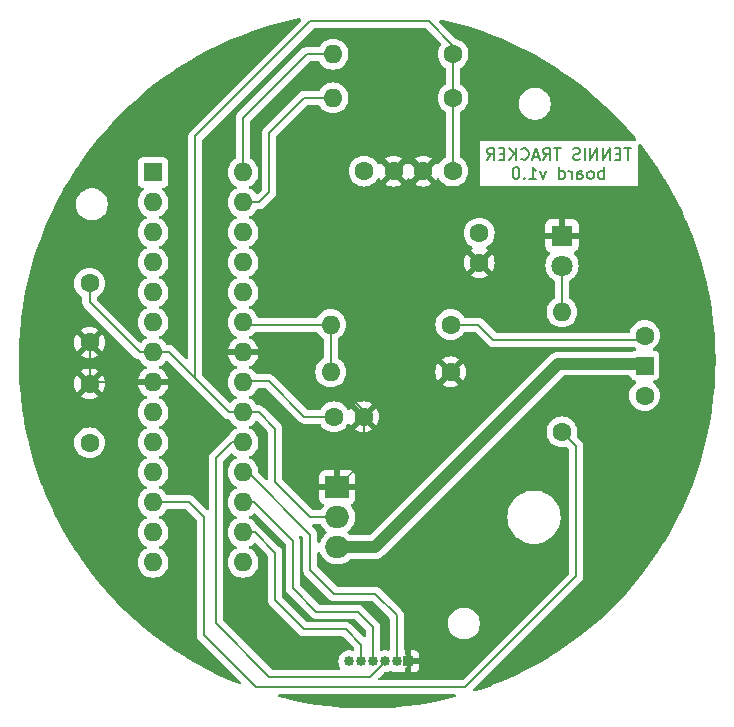
<source format=gbr>
%TF.GenerationSoftware,KiCad,Pcbnew,8.0.3*%
%TF.CreationDate,2024-06-24T10:16:25-03:00*%
%TF.ProjectId,esquematico,65737175-656d-4617-9469-636f2e6b6963,rev?*%
%TF.SameCoordinates,Original*%
%TF.FileFunction,Copper,L2,Bot*%
%TF.FilePolarity,Positive*%
%FSLAX46Y46*%
G04 Gerber Fmt 4.6, Leading zero omitted, Abs format (unit mm)*
G04 Created by KiCad (PCBNEW 8.0.3) date 2024-06-24 10:16:25*
%MOMM*%
%LPD*%
G01*
G04 APERTURE LIST*
%ADD10C,0.200000*%
%TA.AperFunction,NonConductor*%
%ADD11C,0.200000*%
%TD*%
%TA.AperFunction,ComponentPad*%
%ADD12C,1.600000*%
%TD*%
%TA.AperFunction,ComponentPad*%
%ADD13O,1.600000X1.600000*%
%TD*%
%TA.AperFunction,ComponentPad*%
%ADD14R,1.800000X1.800000*%
%TD*%
%TA.AperFunction,ComponentPad*%
%ADD15C,1.800000*%
%TD*%
%TA.AperFunction,ComponentPad*%
%ADD16O,2.000000X1.905000*%
%TD*%
%TA.AperFunction,ComponentPad*%
%ADD17R,2.000000X1.905000*%
%TD*%
%TA.AperFunction,ComponentPad*%
%ADD18R,1.600000X1.600000*%
%TD*%
%TA.AperFunction,ComponentPad*%
%ADD19R,1.500000X1.500000*%
%TD*%
%TA.AperFunction,ComponentPad*%
%ADD20R,0.850000X0.850000*%
%TD*%
%TA.AperFunction,ComponentPad*%
%ADD21O,0.850000X0.850000*%
%TD*%
%TA.AperFunction,Conductor*%
%ADD22C,0.200000*%
%TD*%
%TA.AperFunction,Conductor*%
%ADD23C,1.000000*%
%TD*%
G04 APERTURE END LIST*
D10*
D11*
X156142856Y-76257275D02*
X155571428Y-76257275D01*
X155857142Y-77257275D02*
X155857142Y-76257275D01*
X155238094Y-76733465D02*
X154904761Y-76733465D01*
X154761904Y-77257275D02*
X155238094Y-77257275D01*
X155238094Y-77257275D02*
X155238094Y-76257275D01*
X155238094Y-76257275D02*
X154761904Y-76257275D01*
X154333332Y-77257275D02*
X154333332Y-76257275D01*
X154333332Y-76257275D02*
X153761904Y-77257275D01*
X153761904Y-77257275D02*
X153761904Y-76257275D01*
X153285713Y-77257275D02*
X153285713Y-76257275D01*
X153285713Y-76257275D02*
X152714285Y-77257275D01*
X152714285Y-77257275D02*
X152714285Y-76257275D01*
X152238094Y-77257275D02*
X152238094Y-76257275D01*
X151809523Y-77209656D02*
X151666666Y-77257275D01*
X151666666Y-77257275D02*
X151428571Y-77257275D01*
X151428571Y-77257275D02*
X151333333Y-77209656D01*
X151333333Y-77209656D02*
X151285714Y-77162036D01*
X151285714Y-77162036D02*
X151238095Y-77066798D01*
X151238095Y-77066798D02*
X151238095Y-76971560D01*
X151238095Y-76971560D02*
X151285714Y-76876322D01*
X151285714Y-76876322D02*
X151333333Y-76828703D01*
X151333333Y-76828703D02*
X151428571Y-76781084D01*
X151428571Y-76781084D02*
X151619047Y-76733465D01*
X151619047Y-76733465D02*
X151714285Y-76685846D01*
X151714285Y-76685846D02*
X151761904Y-76638227D01*
X151761904Y-76638227D02*
X151809523Y-76542989D01*
X151809523Y-76542989D02*
X151809523Y-76447751D01*
X151809523Y-76447751D02*
X151761904Y-76352513D01*
X151761904Y-76352513D02*
X151714285Y-76304894D01*
X151714285Y-76304894D02*
X151619047Y-76257275D01*
X151619047Y-76257275D02*
X151380952Y-76257275D01*
X151380952Y-76257275D02*
X151238095Y-76304894D01*
X150190475Y-76257275D02*
X149619047Y-76257275D01*
X149904761Y-77257275D02*
X149904761Y-76257275D01*
X148714285Y-77257275D02*
X149047618Y-76781084D01*
X149285713Y-77257275D02*
X149285713Y-76257275D01*
X149285713Y-76257275D02*
X148904761Y-76257275D01*
X148904761Y-76257275D02*
X148809523Y-76304894D01*
X148809523Y-76304894D02*
X148761904Y-76352513D01*
X148761904Y-76352513D02*
X148714285Y-76447751D01*
X148714285Y-76447751D02*
X148714285Y-76590608D01*
X148714285Y-76590608D02*
X148761904Y-76685846D01*
X148761904Y-76685846D02*
X148809523Y-76733465D01*
X148809523Y-76733465D02*
X148904761Y-76781084D01*
X148904761Y-76781084D02*
X149285713Y-76781084D01*
X148333332Y-76971560D02*
X147857142Y-76971560D01*
X148428570Y-77257275D02*
X148095237Y-76257275D01*
X148095237Y-76257275D02*
X147761904Y-77257275D01*
X146857142Y-77162036D02*
X146904761Y-77209656D01*
X146904761Y-77209656D02*
X147047618Y-77257275D01*
X147047618Y-77257275D02*
X147142856Y-77257275D01*
X147142856Y-77257275D02*
X147285713Y-77209656D01*
X147285713Y-77209656D02*
X147380951Y-77114417D01*
X147380951Y-77114417D02*
X147428570Y-77019179D01*
X147428570Y-77019179D02*
X147476189Y-76828703D01*
X147476189Y-76828703D02*
X147476189Y-76685846D01*
X147476189Y-76685846D02*
X147428570Y-76495370D01*
X147428570Y-76495370D02*
X147380951Y-76400132D01*
X147380951Y-76400132D02*
X147285713Y-76304894D01*
X147285713Y-76304894D02*
X147142856Y-76257275D01*
X147142856Y-76257275D02*
X147047618Y-76257275D01*
X147047618Y-76257275D02*
X146904761Y-76304894D01*
X146904761Y-76304894D02*
X146857142Y-76352513D01*
X146428570Y-77257275D02*
X146428570Y-76257275D01*
X145857142Y-77257275D02*
X146285713Y-76685846D01*
X145857142Y-76257275D02*
X146428570Y-76828703D01*
X145428570Y-76733465D02*
X145095237Y-76733465D01*
X144952380Y-77257275D02*
X145428570Y-77257275D01*
X145428570Y-77257275D02*
X145428570Y-76257275D01*
X145428570Y-76257275D02*
X144952380Y-76257275D01*
X143952380Y-77257275D02*
X144285713Y-76781084D01*
X144523808Y-77257275D02*
X144523808Y-76257275D01*
X144523808Y-76257275D02*
X144142856Y-76257275D01*
X144142856Y-76257275D02*
X144047618Y-76304894D01*
X144047618Y-76304894D02*
X143999999Y-76352513D01*
X143999999Y-76352513D02*
X143952380Y-76447751D01*
X143952380Y-76447751D02*
X143952380Y-76590608D01*
X143952380Y-76590608D02*
X143999999Y-76685846D01*
X143999999Y-76685846D02*
X144047618Y-76733465D01*
X144047618Y-76733465D02*
X144142856Y-76781084D01*
X144142856Y-76781084D02*
X144523808Y-76781084D01*
X153833333Y-78867219D02*
X153833333Y-77867219D01*
X153833333Y-78248171D02*
X153738095Y-78200552D01*
X153738095Y-78200552D02*
X153547619Y-78200552D01*
X153547619Y-78200552D02*
X153452381Y-78248171D01*
X153452381Y-78248171D02*
X153404762Y-78295790D01*
X153404762Y-78295790D02*
X153357143Y-78391028D01*
X153357143Y-78391028D02*
X153357143Y-78676742D01*
X153357143Y-78676742D02*
X153404762Y-78771980D01*
X153404762Y-78771980D02*
X153452381Y-78819600D01*
X153452381Y-78819600D02*
X153547619Y-78867219D01*
X153547619Y-78867219D02*
X153738095Y-78867219D01*
X153738095Y-78867219D02*
X153833333Y-78819600D01*
X152785714Y-78867219D02*
X152880952Y-78819600D01*
X152880952Y-78819600D02*
X152928571Y-78771980D01*
X152928571Y-78771980D02*
X152976190Y-78676742D01*
X152976190Y-78676742D02*
X152976190Y-78391028D01*
X152976190Y-78391028D02*
X152928571Y-78295790D01*
X152928571Y-78295790D02*
X152880952Y-78248171D01*
X152880952Y-78248171D02*
X152785714Y-78200552D01*
X152785714Y-78200552D02*
X152642857Y-78200552D01*
X152642857Y-78200552D02*
X152547619Y-78248171D01*
X152547619Y-78248171D02*
X152500000Y-78295790D01*
X152500000Y-78295790D02*
X152452381Y-78391028D01*
X152452381Y-78391028D02*
X152452381Y-78676742D01*
X152452381Y-78676742D02*
X152500000Y-78771980D01*
X152500000Y-78771980D02*
X152547619Y-78819600D01*
X152547619Y-78819600D02*
X152642857Y-78867219D01*
X152642857Y-78867219D02*
X152785714Y-78867219D01*
X151595238Y-78867219D02*
X151595238Y-78343409D01*
X151595238Y-78343409D02*
X151642857Y-78248171D01*
X151642857Y-78248171D02*
X151738095Y-78200552D01*
X151738095Y-78200552D02*
X151928571Y-78200552D01*
X151928571Y-78200552D02*
X152023809Y-78248171D01*
X151595238Y-78819600D02*
X151690476Y-78867219D01*
X151690476Y-78867219D02*
X151928571Y-78867219D01*
X151928571Y-78867219D02*
X152023809Y-78819600D01*
X152023809Y-78819600D02*
X152071428Y-78724361D01*
X152071428Y-78724361D02*
X152071428Y-78629123D01*
X152071428Y-78629123D02*
X152023809Y-78533885D01*
X152023809Y-78533885D02*
X151928571Y-78486266D01*
X151928571Y-78486266D02*
X151690476Y-78486266D01*
X151690476Y-78486266D02*
X151595238Y-78438647D01*
X151119047Y-78867219D02*
X151119047Y-78200552D01*
X151119047Y-78391028D02*
X151071428Y-78295790D01*
X151071428Y-78295790D02*
X151023809Y-78248171D01*
X151023809Y-78248171D02*
X150928571Y-78200552D01*
X150928571Y-78200552D02*
X150833333Y-78200552D01*
X150071428Y-78867219D02*
X150071428Y-77867219D01*
X150071428Y-78819600D02*
X150166666Y-78867219D01*
X150166666Y-78867219D02*
X150357142Y-78867219D01*
X150357142Y-78867219D02*
X150452380Y-78819600D01*
X150452380Y-78819600D02*
X150499999Y-78771980D01*
X150499999Y-78771980D02*
X150547618Y-78676742D01*
X150547618Y-78676742D02*
X150547618Y-78391028D01*
X150547618Y-78391028D02*
X150499999Y-78295790D01*
X150499999Y-78295790D02*
X150452380Y-78248171D01*
X150452380Y-78248171D02*
X150357142Y-78200552D01*
X150357142Y-78200552D02*
X150166666Y-78200552D01*
X150166666Y-78200552D02*
X150071428Y-78248171D01*
X148928570Y-78200552D02*
X148690475Y-78867219D01*
X148690475Y-78867219D02*
X148452380Y-78200552D01*
X147547618Y-78867219D02*
X148119046Y-78867219D01*
X147833332Y-78867219D02*
X147833332Y-77867219D01*
X147833332Y-77867219D02*
X147928570Y-78010076D01*
X147928570Y-78010076D02*
X148023808Y-78105314D01*
X148023808Y-78105314D02*
X148119046Y-78152933D01*
X147119046Y-78771980D02*
X147071427Y-78819600D01*
X147071427Y-78819600D02*
X147119046Y-78867219D01*
X147119046Y-78867219D02*
X147166665Y-78819600D01*
X147166665Y-78819600D02*
X147119046Y-78771980D01*
X147119046Y-78771980D02*
X147119046Y-78867219D01*
X146452380Y-77867219D02*
X146357142Y-77867219D01*
X146357142Y-77867219D02*
X146261904Y-77914838D01*
X146261904Y-77914838D02*
X146214285Y-77962457D01*
X146214285Y-77962457D02*
X146166666Y-78057695D01*
X146166666Y-78057695D02*
X146119047Y-78248171D01*
X146119047Y-78248171D02*
X146119047Y-78486266D01*
X146119047Y-78486266D02*
X146166666Y-78676742D01*
X146166666Y-78676742D02*
X146214285Y-78771980D01*
X146214285Y-78771980D02*
X146261904Y-78819600D01*
X146261904Y-78819600D02*
X146357142Y-78867219D01*
X146357142Y-78867219D02*
X146452380Y-78867219D01*
X146452380Y-78867219D02*
X146547618Y-78819600D01*
X146547618Y-78819600D02*
X146595237Y-78771980D01*
X146595237Y-78771980D02*
X146642856Y-78676742D01*
X146642856Y-78676742D02*
X146690475Y-78486266D01*
X146690475Y-78486266D02*
X146690475Y-78248171D01*
X146690475Y-78248171D02*
X146642856Y-78057695D01*
X146642856Y-78057695D02*
X146595237Y-77962457D01*
X146595237Y-77962457D02*
X146547618Y-77914838D01*
X146547618Y-77914838D02*
X146452380Y-77867219D01*
D12*
%TO.P,C2,1*%
%TO.N,+BATT*%
X110300000Y-101200000D03*
%TO.P,C2,2*%
%TO.N,GND*%
X110300000Y-96200000D03*
%TD*%
%TO.P,R5,1*%
%TO.N,LED*%
X150300000Y-100280000D03*
D13*
%TO.P,R5,2*%
%TO.N,Net-(D1-A)*%
X150300000Y-90120000D03*
%TD*%
D12*
%TO.P,C3,1*%
%TO.N,Net-(U3-CPOUT)*%
X133550000Y-78200000D03*
%TO.P,C3,2*%
%TO.N,GND*%
X136050000Y-78200000D03*
%TD*%
D14*
%TO.P,D1,1,K*%
%TO.N,GND*%
X150300000Y-83660000D03*
D15*
%TO.P,D1,2,A*%
%TO.N,Net-(D1-A)*%
X150300000Y-86200000D03*
%TD*%
D16*
%TO.P,U2,3,VI*%
%TO.N,+BATT*%
X131270000Y-110040000D03*
%TO.P,U2,2,VO*%
%TO.N,+3V3*%
X131270000Y-107500000D03*
D17*
%TO.P,U2,1,GND*%
%TO.N,GND*%
X131270000Y-104960000D03*
%TD*%
D12*
%TO.P,C1,1*%
%TO.N,+3V3*%
X110300000Y-87700000D03*
%TO.P,C1,2*%
%TO.N,GND*%
X110300000Y-92700000D03*
%TD*%
%TO.P,C6,1*%
%TO.N,Net-(U1-AREF)*%
X131000000Y-99000000D03*
%TO.P,C6,2*%
%TO.N,GND*%
X133500000Y-99000000D03*
%TD*%
%TO.P,C4,1*%
%TO.N,Net-(U3-REGOUT)*%
X143300000Y-83450000D03*
%TO.P,C4,2*%
%TO.N,GND*%
X143300000Y-85950000D03*
%TD*%
%TO.P,R2,1*%
%TO.N,batt_voltage*%
X140880000Y-91200000D03*
D13*
%TO.P,R2,2*%
%TO.N,ADCVin*%
X130720000Y-91200000D03*
%TD*%
D18*
%TO.P,U1,1,~{RESET}/PC6*%
%TO.N,unconnected-(U1-~{RESET}{slash}PC6-Pad1)*%
X115680000Y-78300000D03*
D13*
%TO.P,U1,2,PD0*%
%TO.N,unconnected-(U1-PD0-Pad2)*%
X115680000Y-80840000D03*
%TO.P,U1,3,PD1*%
%TO.N,unconnected-(U1-PD1-Pad3)*%
X115680000Y-83380000D03*
%TO.P,U1,4,PD2*%
%TO.N,unconnected-(U1-PD2-Pad4)*%
X115680000Y-85920000D03*
%TO.P,U1,5,PD3*%
%TO.N,unconnected-(U1-PD3-Pad5)*%
X115680000Y-88460000D03*
%TO.P,U1,6,PD4*%
%TO.N,unconnected-(U1-PD4-Pad6)*%
X115680000Y-91000000D03*
%TO.P,U1,7,VCC*%
%TO.N,+3V3*%
X115680000Y-93540000D03*
%TO.P,U1,8,GND*%
%TO.N,GND*%
X115680000Y-96080000D03*
%TO.P,U1,9,XTAL1/PB6*%
%TO.N,unconnected-(U1-XTAL1{slash}PB6-Pad9)*%
X115680000Y-98620000D03*
%TO.P,U1,10,XTAL2/PB7*%
%TO.N,unconnected-(U1-XTAL2{slash}PB7-Pad10)*%
X115680000Y-101160000D03*
%TO.P,U1,11,PD5*%
%TO.N,unconnected-(U1-PD5-Pad11)*%
X115680000Y-103700000D03*
%TO.P,U1,12,PD6*%
%TO.N,LED*%
X115680000Y-106240000D03*
%TO.P,U1,13,PD7*%
%TO.N,unconnected-(U1-PD7-Pad13)*%
X115680000Y-108780000D03*
%TO.P,U1,14,PB0*%
%TO.N,CLK*%
X115680000Y-111320000D03*
%TO.P,U1,15,PB1*%
%TO.N,unconnected-(U1-PB1-Pad15)*%
X123300000Y-111320000D03*
%TO.P,U1,16,PB2*%
%TO.N,SS\u005C*%
X123300000Y-108780000D03*
%TO.P,U1,17,PB3*%
%TO.N,MOSI*%
X123300000Y-106240000D03*
%TO.P,U1,18,PB4*%
%TO.N,MISO*%
X123300000Y-103700000D03*
%TO.P,U1,19,PB5*%
%TO.N,SCK*%
X123300000Y-101160000D03*
%TO.P,U1,20,AVCC*%
%TO.N,+3V3*%
X123300000Y-98620000D03*
%TO.P,U1,21,AREF*%
%TO.N,Net-(U1-AREF)*%
X123300000Y-96080000D03*
%TO.P,U1,22,GND*%
%TO.N,GND*%
X123300000Y-93540000D03*
%TO.P,U1,23,PC0*%
%TO.N,ADCVin*%
X123300000Y-91000000D03*
%TO.P,U1,24,PC1*%
%TO.N,unconnected-(U1-PC1-Pad24)*%
X123300000Y-88460000D03*
%TO.P,U1,25,PC2*%
%TO.N,unconnected-(U1-PC2-Pad25)*%
X123300000Y-85920000D03*
%TO.P,U1,26,PC3*%
%TO.N,unconnected-(U1-PC3-Pad26)*%
X123300000Y-83380000D03*
%TO.P,U1,27,PC4*%
%TO.N,SDA*%
X123300000Y-80840000D03*
%TO.P,U1,28,PC5*%
%TO.N,SCL*%
X123300000Y-78300000D03*
%TD*%
D19*
%TO.P,SW1,1,B*%
%TO.N,+BATT*%
X157300000Y-94660000D03*
D12*
%TO.P,SW1,2,C*%
%TO.N,batt_voltage*%
X157300000Y-92120000D03*
%TO.P,SW1,3,A*%
%TO.N,unconnected-(SW1-A-Pad3)*%
X157300000Y-97200000D03*
%TD*%
%TO.P,C5,1*%
%TO.N,GND*%
X138550000Y-78200000D03*
%TO.P,C5,2*%
%TO.N,+3V3*%
X141050000Y-78200000D03*
%TD*%
%TO.P,R4,1*%
%TO.N,+3V3*%
X141080000Y-68300000D03*
D13*
%TO.P,R4,2*%
%TO.N,SCL*%
X130920000Y-68300000D03*
%TD*%
D12*
%TO.P,R1,1*%
%TO.N,GND*%
X140880000Y-95200000D03*
D13*
%TO.P,R1,2*%
%TO.N,ADCVin*%
X130720000Y-95200000D03*
%TD*%
D12*
%TO.P,R3,1*%
%TO.N,+3V3*%
X141080000Y-72000000D03*
D13*
%TO.P,R3,2*%
%TO.N,SDA*%
X130920000Y-72000000D03*
%TD*%
D20*
%TO.P,sd_card,1,Pin_1*%
%TO.N,GND*%
X137300000Y-119700000D03*
D21*
%TO.P,sd_card,2,Pin_2*%
%TO.N,MISO*%
X136300000Y-119700000D03*
%TO.P,sd_card,3,Pin_3*%
%TO.N,SCK*%
X135300000Y-119700000D03*
%TO.P,sd_card,4,Pin_4*%
%TO.N,MOSI*%
X134300000Y-119700000D03*
%TO.P,sd_card,5,Pin_5*%
%TO.N,SS\u005C*%
X133300000Y-119700000D03*
%TO.P,sd_card,6,Pin_6*%
%TO.N,+3V3*%
X132300000Y-119700000D03*
%TD*%
D22*
%TO.N,Net-(D1-A)*%
X150300000Y-90120000D02*
X150300000Y-86200000D01*
D23*
%TO.N,+BATT*%
X131270000Y-110040000D02*
X134460000Y-110040000D01*
D22*
X157140000Y-94500000D02*
X157300000Y-94660000D01*
D23*
X150000000Y-94500000D02*
X157140000Y-94500000D01*
X134460000Y-110040000D02*
X150000000Y-94500000D01*
D22*
%TO.N,GND*%
X133500000Y-102730000D02*
X131270000Y-104960000D01*
X115680000Y-96080000D02*
X110420000Y-96080000D01*
X126540000Y-93540000D02*
X130000000Y-97000000D01*
X110420000Y-96080000D02*
X110300000Y-96200000D01*
X130000000Y-97000000D02*
X132000000Y-97000000D01*
X133500000Y-99000000D02*
X133500000Y-102730000D01*
X133500000Y-98500000D02*
X133500000Y-99000000D01*
X110300000Y-92700000D02*
X110300000Y-96200000D01*
X132000000Y-97000000D02*
X133500000Y-98500000D01*
X123300000Y-93540000D02*
X126540000Y-93540000D01*
%TO.N,+3V3*%
X141080000Y-72000000D02*
X141080000Y-78170000D01*
X124620000Y-98620000D02*
X123300000Y-98620000D01*
X119250000Y-95750000D02*
X117000000Y-93500000D01*
X119250000Y-75250000D02*
X129000000Y-65500000D01*
X117000000Y-93500000D02*
X116960000Y-93540000D01*
X131270000Y-107500000D02*
X129000000Y-107500000D01*
X110300000Y-87700000D02*
X110300000Y-89300000D01*
X123300000Y-98620000D02*
X122120000Y-98620000D01*
X141080000Y-67580000D02*
X141080000Y-68300000D01*
X141080000Y-78170000D02*
X141050000Y-78200000D01*
X139000000Y-65500000D02*
X141080000Y-67580000D01*
X129000000Y-65500000D02*
X139000000Y-65500000D01*
X114540000Y-93540000D02*
X115680000Y-93540000D01*
X129000000Y-107500000D02*
X126000000Y-104500000D01*
X122120000Y-98620000D02*
X119250000Y-95750000D01*
X126000000Y-100000000D02*
X124620000Y-98620000D01*
X141080000Y-68300000D02*
X141080000Y-72000000D01*
X126000000Y-104500000D02*
X126000000Y-100000000D01*
X110300000Y-89300000D02*
X114540000Y-93540000D01*
X116960000Y-93540000D02*
X115680000Y-93540000D01*
X119250000Y-95750000D02*
X119250000Y-75250000D01*
%TO.N,Net-(U1-AREF)*%
X128500000Y-99000000D02*
X125500000Y-96000000D01*
X131000000Y-99000000D02*
X128500000Y-99000000D01*
X125500000Y-96000000D02*
X123380000Y-96000000D01*
X123380000Y-96000000D02*
X123300000Y-96080000D01*
%TO.N,SDA*%
X125500000Y-75000000D02*
X128500000Y-72000000D01*
X128500000Y-72000000D02*
X130920000Y-72000000D01*
X125500000Y-80000000D02*
X125500000Y-75000000D01*
X123300000Y-80840000D02*
X124660000Y-80840000D01*
X124660000Y-80840000D02*
X125500000Y-80000000D01*
%TO.N,SCL*%
X123300000Y-78300000D02*
X123300000Y-73700000D01*
X128700000Y-68300000D02*
X130920000Y-68300000D01*
X123300000Y-73700000D02*
X128700000Y-68300000D01*
%TO.N,LED*%
X120000000Y-107500000D02*
X120000000Y-117500000D01*
X120000000Y-117500000D02*
X124400000Y-121900000D01*
X124400000Y-121900000D02*
X142100000Y-121900000D01*
X142100000Y-121900000D02*
X151500000Y-112500000D01*
X151500000Y-101480000D02*
X150300000Y-100280000D01*
X151500000Y-112500000D02*
X151500000Y-101480000D01*
X118740000Y-106240000D02*
X120000000Y-107500000D01*
X115680000Y-106240000D02*
X118740000Y-106240000D01*
%TO.N,ADCVin*%
X123500000Y-91200000D02*
X123300000Y-91000000D01*
X130720000Y-95200000D02*
X130720000Y-91200000D01*
X130720000Y-91200000D02*
X123500000Y-91200000D01*
%TO.N,batt_voltage*%
X156920000Y-92500000D02*
X157300000Y-92120000D01*
X140880000Y-91200000D02*
X143200000Y-91200000D01*
X143200000Y-91200000D02*
X144500000Y-92500000D01*
X157800000Y-91620000D02*
X157300000Y-92120000D01*
X144500000Y-92500000D02*
X156920000Y-92500000D01*
%TO.N,MISO*%
X129000000Y-109000000D02*
X123700000Y-103700000D01*
X129000000Y-112000000D02*
X129000000Y-109000000D01*
X123700000Y-103700000D02*
X123300000Y-103700000D01*
X131000000Y-114000000D02*
X129000000Y-112000000D01*
X136300000Y-119700000D02*
X136300000Y-115800000D01*
X136300000Y-115800000D02*
X134500000Y-114000000D01*
X134500000Y-114000000D02*
X131000000Y-114000000D01*
%TO.N,SCK*%
X122340000Y-101160000D02*
X123300000Y-101160000D01*
X121000000Y-116500000D02*
X121000000Y-102500000D01*
X135025000Y-120000305D02*
X134025305Y-121000000D01*
X134025305Y-121000000D02*
X125500000Y-121000000D01*
X135025000Y-119975000D02*
X135025000Y-120000305D01*
X125500000Y-121000000D02*
X121000000Y-116500000D01*
X121000000Y-102500000D02*
X122340000Y-101160000D01*
X135300000Y-119700000D02*
X135025000Y-119975000D01*
%TO.N,SS\u005C*%
X126000000Y-110500000D02*
X124280000Y-108780000D01*
X132000000Y-117000000D02*
X128500000Y-117000000D01*
X126000000Y-114500000D02*
X126000000Y-110500000D01*
X124280000Y-108780000D02*
X123300000Y-108780000D01*
X133300000Y-118300000D02*
X132000000Y-117000000D01*
X133300000Y-119700000D02*
X133300000Y-118300000D01*
X128500000Y-117000000D02*
X126000000Y-114500000D01*
%TO.N,MOSI*%
X127500000Y-113500000D02*
X127500000Y-109500000D01*
X129500000Y-115500000D02*
X127500000Y-113500000D01*
X127500000Y-109500000D02*
X124240000Y-106240000D01*
X134300000Y-116800000D02*
X133000000Y-115500000D01*
X124240000Y-106240000D02*
X123300000Y-106240000D01*
X134300000Y-119700000D02*
X134300000Y-116800000D01*
X133000000Y-115500000D02*
X129500000Y-115500000D01*
%TD*%
%TA.AperFunction,Conductor*%
%TO.N,GND*%
G36*
X140042061Y-65371215D02*
G01*
X140211912Y-65405808D01*
X140216241Y-65406772D01*
X141259251Y-65659192D01*
X141263551Y-65660317D01*
X142296625Y-65950655D01*
X142300918Y-65951947D01*
X143322674Y-66279814D01*
X143326895Y-66281254D01*
X144336019Y-66646227D01*
X144340206Y-66647828D01*
X145335349Y-67049422D01*
X145339443Y-67051163D01*
X146319196Y-67488808D01*
X146323268Y-67490716D01*
X146831573Y-67740423D01*
X147286376Y-67963847D01*
X147290405Y-67965918D01*
X148235589Y-68473907D01*
X148239539Y-68476124D01*
X148325907Y-68526692D01*
X149165552Y-69018302D01*
X149169389Y-69020644D01*
X150057967Y-69585464D01*
X150074950Y-69596259D01*
X150078728Y-69598758D01*
X150962700Y-70207088D01*
X150966383Y-70209724D01*
X151827496Y-70849894D01*
X151831081Y-70852662D01*
X152668254Y-71523867D01*
X152671736Y-71526764D01*
X152779939Y-71620208D01*
X153219713Y-71999998D01*
X153483868Y-72228122D01*
X153487233Y-72231138D01*
X153941506Y-72653377D01*
X154273182Y-72961664D01*
X154276443Y-72964808D01*
X155035191Y-73723556D01*
X155038335Y-73726817D01*
X155768854Y-74512758D01*
X155771872Y-74516126D01*
X155871323Y-74631284D01*
X156473235Y-75328263D01*
X156476118Y-75331728D01*
X156569773Y-75448541D01*
X156596350Y-75513157D01*
X156583773Y-75581885D01*
X156536036Y-75632904D01*
X156473028Y-75650105D01*
X143345021Y-75650105D01*
X143345021Y-79473864D01*
X156748356Y-79473864D01*
X156748356Y-76024173D01*
X156768041Y-75957134D01*
X156820845Y-75911379D01*
X156890003Y-75901435D01*
X156953559Y-75930460D01*
X156969097Y-75946604D01*
X157147337Y-76168917D01*
X157150105Y-76172502D01*
X157790275Y-77033616D01*
X157792911Y-77037299D01*
X158401241Y-77921271D01*
X158403740Y-77925049D01*
X158979346Y-78830596D01*
X158981706Y-78834462D01*
X159523875Y-79760460D01*
X159526092Y-79764410D01*
X160034081Y-80709594D01*
X160036152Y-80713623D01*
X160509276Y-81676717D01*
X160511198Y-81680818D01*
X160673334Y-82043791D01*
X160945294Y-82652627D01*
X160948820Y-82660519D01*
X160950587Y-82664677D01*
X160975846Y-82727266D01*
X161352162Y-83659771D01*
X161353780Y-83664002D01*
X161718734Y-84673071D01*
X161720196Y-84677358D01*
X162048045Y-85699059D01*
X162049350Y-85703396D01*
X162339671Y-86736407D01*
X162340816Y-86740786D01*
X162558974Y-87642225D01*
X162593216Y-87783712D01*
X162594201Y-87788133D01*
X162808347Y-88839602D01*
X162809169Y-88844056D01*
X162984761Y-89902589D01*
X162985421Y-89907070D01*
X163122244Y-90971367D01*
X163122739Y-90975869D01*
X163220596Y-92044410D01*
X163220927Y-92048928D01*
X163279695Y-93120368D01*
X163279860Y-93124894D01*
X163299458Y-94197735D01*
X163299458Y-94202265D01*
X163279860Y-95275105D01*
X163279695Y-95279631D01*
X163220927Y-96351071D01*
X163220596Y-96355589D01*
X163122739Y-97424130D01*
X163122244Y-97428632D01*
X162985421Y-98492929D01*
X162984761Y-98497410D01*
X162809169Y-99555943D01*
X162808347Y-99560397D01*
X162594201Y-100611866D01*
X162593216Y-100616287D01*
X162340817Y-101659209D01*
X162339671Y-101663592D01*
X162049350Y-102696603D01*
X162048045Y-102700940D01*
X161720196Y-103722641D01*
X161718734Y-103726928D01*
X161353780Y-104735997D01*
X161352162Y-104740228D01*
X160950592Y-105735312D01*
X160948820Y-105739480D01*
X160511198Y-106719181D01*
X160509276Y-106723282D01*
X160036152Y-107686376D01*
X160034081Y-107690405D01*
X159526092Y-108635589D01*
X159523875Y-108639539D01*
X158981706Y-109565537D01*
X158979346Y-109569403D01*
X158403740Y-110474950D01*
X158401241Y-110478728D01*
X157792911Y-111362700D01*
X157790275Y-111366383D01*
X157150105Y-112227496D01*
X157147337Y-112231081D01*
X156476132Y-113068254D01*
X156473235Y-113071736D01*
X155771877Y-113883868D01*
X155768854Y-113887241D01*
X155038335Y-114673182D01*
X155035191Y-114676443D01*
X154276443Y-115435191D01*
X154273182Y-115438335D01*
X153487241Y-116168854D01*
X153483868Y-116171877D01*
X152671736Y-116873235D01*
X152668254Y-116876132D01*
X151831081Y-117547337D01*
X151827496Y-117550105D01*
X150966383Y-118190275D01*
X150962700Y-118192911D01*
X150078728Y-118801241D01*
X150074950Y-118803740D01*
X149169403Y-119379346D01*
X149165537Y-119381706D01*
X148239539Y-119923875D01*
X148235589Y-119926092D01*
X147290405Y-120434081D01*
X147286376Y-120436152D01*
X146323282Y-120909276D01*
X146319181Y-120911198D01*
X145339480Y-121348820D01*
X145335312Y-121350592D01*
X144340228Y-121752162D01*
X144335997Y-121753780D01*
X143326928Y-122118734D01*
X143322641Y-122120196D01*
X142936425Y-122244127D01*
X142866577Y-122245867D01*
X142806876Y-122209568D01*
X142776278Y-122146755D01*
X142784496Y-122077371D01*
X142810854Y-122038379D01*
X151858506Y-112990728D01*
X151858511Y-112990724D01*
X151868714Y-112980520D01*
X151868716Y-112980520D01*
X151980520Y-112868716D01*
X152059577Y-112731784D01*
X152089534Y-112619981D01*
X152100500Y-112579058D01*
X152100500Y-112420943D01*
X152100500Y-101400943D01*
X152096682Y-101386692D01*
X152059577Y-101248215D01*
X152030639Y-101198095D01*
X151980520Y-101111284D01*
X151868716Y-100999480D01*
X151868715Y-100999479D01*
X151864385Y-100995149D01*
X151864374Y-100995139D01*
X151591941Y-100722706D01*
X151558456Y-100661383D01*
X151559847Y-100602931D01*
X151585635Y-100506692D01*
X151605468Y-100280000D01*
X151585635Y-100053308D01*
X151530285Y-99846739D01*
X151526741Y-99833511D01*
X151526738Y-99833502D01*
X151522210Y-99823791D01*
X151430568Y-99627266D01*
X151300047Y-99440861D01*
X151300045Y-99440858D01*
X151139141Y-99279954D01*
X150952734Y-99149432D01*
X150952732Y-99149431D01*
X150746497Y-99053261D01*
X150746488Y-99053258D01*
X150526697Y-98994366D01*
X150526693Y-98994365D01*
X150526692Y-98994365D01*
X150526691Y-98994364D01*
X150526686Y-98994364D01*
X150300002Y-98974532D01*
X150299998Y-98974532D01*
X150073313Y-98994364D01*
X150073302Y-98994366D01*
X149853511Y-99053258D01*
X149853502Y-99053261D01*
X149647267Y-99149431D01*
X149647265Y-99149432D01*
X149460858Y-99279954D01*
X149299954Y-99440858D01*
X149169432Y-99627265D01*
X149169431Y-99627267D01*
X149073261Y-99833502D01*
X149073258Y-99833511D01*
X149014366Y-100053302D01*
X149014364Y-100053313D01*
X148994532Y-100279998D01*
X148994532Y-100280001D01*
X149014364Y-100506686D01*
X149014366Y-100506697D01*
X149073258Y-100726488D01*
X149073261Y-100726497D01*
X149169431Y-100932732D01*
X149169432Y-100932734D01*
X149299954Y-101119141D01*
X149460858Y-101280045D01*
X149460861Y-101280047D01*
X149647266Y-101410568D01*
X149853504Y-101506739D01*
X150073308Y-101565635D01*
X150235230Y-101579801D01*
X150299998Y-101585468D01*
X150300000Y-101585468D01*
X150300002Y-101585468D01*
X150356673Y-101580509D01*
X150526692Y-101565635D01*
X150622932Y-101539847D01*
X150692781Y-101541510D01*
X150742706Y-101571941D01*
X150863181Y-101692416D01*
X150896666Y-101753739D01*
X150899500Y-101780097D01*
X150899500Y-112199903D01*
X150879815Y-112266942D01*
X150863181Y-112287584D01*
X141887584Y-121263181D01*
X141826261Y-121296666D01*
X141799903Y-121299500D01*
X134874402Y-121299500D01*
X134807363Y-121279815D01*
X134761608Y-121227011D01*
X134751664Y-121157853D01*
X134780689Y-121094297D01*
X134786721Y-121087819D01*
X135212721Y-120661819D01*
X135274044Y-120628334D01*
X135300402Y-120625500D01*
X135397274Y-120625500D01*
X135587566Y-120585052D01*
X135587565Y-120585052D01*
X135587571Y-120585051D01*
X135749569Y-120512925D01*
X135818815Y-120503642D01*
X135850425Y-120512922D01*
X136012429Y-120585051D01*
X136012432Y-120585051D01*
X136012433Y-120585052D01*
X136202726Y-120625500D01*
X136397274Y-120625500D01*
X136587571Y-120585051D01*
X136587581Y-120585046D01*
X136593750Y-120583043D01*
X136594629Y-120585749D01*
X136651479Y-120578069D01*
X136676124Y-120584470D01*
X136767623Y-120618597D01*
X136767627Y-120618598D01*
X136827155Y-120624999D01*
X136827172Y-120625000D01*
X137050000Y-120625000D01*
X137550000Y-120625000D01*
X137772828Y-120625000D01*
X137772844Y-120624999D01*
X137832372Y-120618598D01*
X137832379Y-120618596D01*
X137967086Y-120568354D01*
X137967093Y-120568350D01*
X138082187Y-120482190D01*
X138082190Y-120482187D01*
X138168350Y-120367093D01*
X138168354Y-120367086D01*
X138218596Y-120232379D01*
X138218598Y-120232372D01*
X138224999Y-120172844D01*
X138225000Y-120172827D01*
X138225000Y-119950000D01*
X137550000Y-119950000D01*
X137550000Y-120625000D01*
X137050000Y-120625000D01*
X137050000Y-120285189D01*
X137066613Y-120223189D01*
X137150142Y-120078511D01*
X137150143Y-120078510D01*
X137150144Y-120078508D01*
X137198822Y-119928689D01*
X137250272Y-119950000D01*
X137349728Y-119950000D01*
X137441614Y-119911940D01*
X137511940Y-119841614D01*
X137550000Y-119749728D01*
X137550000Y-119650272D01*
X137511940Y-119558386D01*
X137441614Y-119488060D01*
X137349728Y-119450000D01*
X137550000Y-119450000D01*
X138225000Y-119450000D01*
X138225000Y-119227172D01*
X138224999Y-119227155D01*
X138218598Y-119167627D01*
X138218596Y-119167620D01*
X138168354Y-119032913D01*
X138168350Y-119032906D01*
X138082190Y-118917812D01*
X138082187Y-118917809D01*
X137967093Y-118831649D01*
X137967086Y-118831645D01*
X137832379Y-118781403D01*
X137832372Y-118781401D01*
X137772844Y-118775000D01*
X137550000Y-118775000D01*
X137550000Y-119450000D01*
X137349728Y-119450000D01*
X137250272Y-119450000D01*
X137198822Y-119471310D01*
X137150144Y-119321492D01*
X137150143Y-119321491D01*
X137150143Y-119321489D01*
X137150142Y-119321488D01*
X137066613Y-119176811D01*
X137050000Y-119114811D01*
X137050000Y-118775000D01*
X137024500Y-118775000D01*
X136957461Y-118755315D01*
X136911706Y-118702511D01*
X136900500Y-118651000D01*
X136900500Y-116393713D01*
X140649500Y-116393713D01*
X140649500Y-116606287D01*
X140682754Y-116816243D01*
X140736131Y-116980521D01*
X140748444Y-117018414D01*
X140844951Y-117207820D01*
X140969890Y-117379786D01*
X141120213Y-117530109D01*
X141292179Y-117655048D01*
X141292181Y-117655049D01*
X141292184Y-117655051D01*
X141481588Y-117751557D01*
X141683757Y-117817246D01*
X141893713Y-117850500D01*
X141893714Y-117850500D01*
X142106286Y-117850500D01*
X142106287Y-117850500D01*
X142316243Y-117817246D01*
X142518412Y-117751557D01*
X142707816Y-117655051D01*
X142839226Y-117559577D01*
X142879786Y-117530109D01*
X142879792Y-117530104D01*
X142929376Y-117480520D01*
X143030104Y-117379792D01*
X143030106Y-117379788D01*
X143030109Y-117379786D01*
X143155048Y-117207820D01*
X143155047Y-117207820D01*
X143155051Y-117207816D01*
X143251557Y-117018412D01*
X143317246Y-116816243D01*
X143350500Y-116606287D01*
X143350500Y-116393713D01*
X143317246Y-116183757D01*
X143251557Y-115981588D01*
X143155051Y-115792184D01*
X143155049Y-115792181D01*
X143155048Y-115792179D01*
X143030109Y-115620213D01*
X142879786Y-115469890D01*
X142707820Y-115344951D01*
X142518414Y-115248444D01*
X142518413Y-115248443D01*
X142518412Y-115248443D01*
X142316243Y-115182754D01*
X142316241Y-115182753D01*
X142316240Y-115182753D01*
X142154957Y-115157208D01*
X142106287Y-115149500D01*
X141893713Y-115149500D01*
X141845042Y-115157208D01*
X141683760Y-115182753D01*
X141481585Y-115248444D01*
X141292179Y-115344951D01*
X141120213Y-115469890D01*
X140969890Y-115620213D01*
X140844951Y-115792179D01*
X140748444Y-115981585D01*
X140682753Y-116183760D01*
X140666309Y-116287584D01*
X140649500Y-116393713D01*
X136900500Y-116393713D01*
X136900500Y-115720945D01*
X136900500Y-115720943D01*
X136859577Y-115568216D01*
X136859573Y-115568209D01*
X136780524Y-115431290D01*
X136780521Y-115431286D01*
X136780520Y-115431284D01*
X136668716Y-115319480D01*
X136668715Y-115319479D01*
X136664385Y-115315149D01*
X136664374Y-115315139D01*
X134987590Y-113638355D01*
X134987588Y-113638352D01*
X134868717Y-113519481D01*
X134868716Y-113519480D01*
X134781904Y-113469360D01*
X134781904Y-113469359D01*
X134781900Y-113469358D01*
X134731785Y-113440423D01*
X134579057Y-113399499D01*
X134420943Y-113399499D01*
X134413347Y-113399499D01*
X134413331Y-113399500D01*
X131300097Y-113399500D01*
X131233058Y-113379815D01*
X131212416Y-113363181D01*
X129636819Y-111787584D01*
X129603334Y-111726261D01*
X129600500Y-111699903D01*
X129600500Y-110532910D01*
X129620185Y-110465871D01*
X129672989Y-110420116D01*
X129742147Y-110410172D01*
X129805703Y-110439197D01*
X129842431Y-110494592D01*
X129875950Y-110597755D01*
X129965619Y-110773739D01*
X129979783Y-110801538D01*
X130114214Y-110986566D01*
X130275934Y-111148286D01*
X130460962Y-111282717D01*
X130617938Y-111362700D01*
X130664744Y-111386549D01*
X130882251Y-111457221D01*
X130882252Y-111457221D01*
X130882255Y-111457222D01*
X131108146Y-111493000D01*
X131108147Y-111493000D01*
X131431853Y-111493000D01*
X131431854Y-111493000D01*
X131657745Y-111457222D01*
X131657748Y-111457221D01*
X131657749Y-111457221D01*
X131875255Y-111386549D01*
X131875255Y-111386548D01*
X131875258Y-111386548D01*
X132079038Y-111282717D01*
X132264066Y-111148286D01*
X132335533Y-111076819D01*
X132396856Y-111043334D01*
X132423214Y-111040500D01*
X134558542Y-111040500D01*
X134577870Y-111036655D01*
X134655188Y-111021275D01*
X134751836Y-111002051D01*
X134805165Y-110979961D01*
X134933914Y-110926632D01*
X135097782Y-110817139D01*
X135237139Y-110677782D01*
X135237139Y-110677780D01*
X135247347Y-110667573D01*
X135247348Y-110667570D01*
X138414927Y-107499992D01*
X145674671Y-107499992D01*
X145674671Y-107500007D01*
X145693964Y-107794363D01*
X145693965Y-107794373D01*
X145693966Y-107794380D01*
X145693968Y-107794390D01*
X145751518Y-108083716D01*
X145751521Y-108083730D01*
X145846349Y-108363080D01*
X145976825Y-108627660D01*
X145976829Y-108627667D01*
X146140725Y-108872955D01*
X146335241Y-109094758D01*
X146485461Y-109226497D01*
X146557043Y-109289273D01*
X146802335Y-109453172D01*
X147066923Y-109583652D01*
X147346278Y-109678481D01*
X147635620Y-109736034D01*
X147663888Y-109737886D01*
X147929993Y-109755329D01*
X147930000Y-109755329D01*
X147930007Y-109755329D01*
X148165675Y-109739881D01*
X148224380Y-109736034D01*
X148513722Y-109678481D01*
X148793077Y-109583652D01*
X149057665Y-109453172D01*
X149302957Y-109289273D01*
X149524758Y-109094758D01*
X149719273Y-108872957D01*
X149883172Y-108627665D01*
X150013652Y-108363077D01*
X150108481Y-108083722D01*
X150166034Y-107794380D01*
X150177834Y-107614353D01*
X150185329Y-107500007D01*
X150185329Y-107499992D01*
X150166035Y-107205636D01*
X150166034Y-107205620D01*
X150108481Y-106916278D01*
X150013652Y-106636923D01*
X149883172Y-106372336D01*
X149872158Y-106355853D01*
X149737681Y-106154593D01*
X149719273Y-106127043D01*
X149649077Y-106047000D01*
X149524758Y-105905241D01*
X149302955Y-105710725D01*
X149057667Y-105546829D01*
X149057660Y-105546825D01*
X148793080Y-105416349D01*
X148513730Y-105321521D01*
X148513724Y-105321519D01*
X148513722Y-105321519D01*
X148224380Y-105263966D01*
X148224373Y-105263965D01*
X148224363Y-105263964D01*
X147930007Y-105244671D01*
X147929993Y-105244671D01*
X147635636Y-105263964D01*
X147635624Y-105263965D01*
X147635620Y-105263966D01*
X147635612Y-105263967D01*
X147635609Y-105263968D01*
X147346283Y-105321518D01*
X147346269Y-105321521D01*
X147066919Y-105416349D01*
X146802334Y-105546828D01*
X146557041Y-105710728D01*
X146335241Y-105905241D01*
X146140728Y-106127041D01*
X145976828Y-106372334D01*
X145846349Y-106636919D01*
X145751521Y-106916269D01*
X145751518Y-106916283D01*
X145693968Y-107205609D01*
X145693964Y-107205636D01*
X145674671Y-107499992D01*
X138414927Y-107499992D01*
X150378102Y-95536819D01*
X150439425Y-95503334D01*
X150465783Y-95500500D01*
X155963479Y-95500500D01*
X156030518Y-95520185D01*
X156076273Y-95572989D01*
X156079661Y-95581167D01*
X156106202Y-95652328D01*
X156106206Y-95652335D01*
X156192452Y-95767544D01*
X156192455Y-95767547D01*
X156307664Y-95853793D01*
X156307671Y-95853797D01*
X156352618Y-95870561D01*
X156442517Y-95904091D01*
X156496157Y-95909858D01*
X156560703Y-95936594D01*
X156600552Y-95993986D01*
X156603047Y-96063811D01*
X156567395Y-96123900D01*
X156554022Y-96134721D01*
X156460856Y-96199956D01*
X156299954Y-96360858D01*
X156169432Y-96547265D01*
X156169431Y-96547267D01*
X156073261Y-96753502D01*
X156073258Y-96753511D01*
X156014366Y-96973302D01*
X156014364Y-96973313D01*
X155994532Y-97199998D01*
X155994532Y-97200001D01*
X156014364Y-97426686D01*
X156014366Y-97426697D01*
X156073258Y-97646488D01*
X156073261Y-97646497D01*
X156169431Y-97852732D01*
X156169432Y-97852734D01*
X156299954Y-98039141D01*
X156460858Y-98200045D01*
X156460861Y-98200047D01*
X156647266Y-98330568D01*
X156853504Y-98426739D01*
X156853509Y-98426740D01*
X156853511Y-98426741D01*
X156906415Y-98440916D01*
X157073308Y-98485635D01*
X157235230Y-98499801D01*
X157299998Y-98505468D01*
X157300000Y-98505468D01*
X157300002Y-98505468D01*
X157356673Y-98500509D01*
X157526692Y-98485635D01*
X157746496Y-98426739D01*
X157952734Y-98330568D01*
X158139139Y-98200047D01*
X158300047Y-98039139D01*
X158430568Y-97852734D01*
X158526739Y-97646496D01*
X158585635Y-97426692D01*
X158605468Y-97200000D01*
X158585635Y-96973308D01*
X158526739Y-96753504D01*
X158430568Y-96547266D01*
X158300047Y-96360861D01*
X158300045Y-96360858D01*
X158139141Y-96199954D01*
X158045978Y-96134721D01*
X158002353Y-96080144D01*
X157995159Y-96010646D01*
X158026682Y-95948291D01*
X158086911Y-95912877D01*
X158103842Y-95909857D01*
X158157483Y-95904091D01*
X158292331Y-95853796D01*
X158407546Y-95767546D01*
X158493796Y-95652331D01*
X158544091Y-95517483D01*
X158550500Y-95457873D01*
X158550499Y-93862128D01*
X158544091Y-93802517D01*
X158539422Y-93790000D01*
X158493796Y-93667669D01*
X158493793Y-93667664D01*
X158407547Y-93552455D01*
X158407544Y-93552452D01*
X158292335Y-93466206D01*
X158292328Y-93466202D01*
X158157482Y-93415908D01*
X158157483Y-93415908D01*
X158103846Y-93410142D01*
X158039295Y-93383404D01*
X157999446Y-93326012D01*
X157996953Y-93256187D01*
X158032605Y-93196098D01*
X158045972Y-93185282D01*
X158139139Y-93120047D01*
X158300047Y-92959139D01*
X158430568Y-92772734D01*
X158526739Y-92566496D01*
X158585635Y-92346692D01*
X158605468Y-92120000D01*
X158585635Y-91893308D01*
X158526739Y-91673504D01*
X158430568Y-91467266D01*
X158379991Y-91395034D01*
X158300042Y-91280853D01*
X158299155Y-91279796D01*
X158286767Y-91262103D01*
X158280522Y-91251287D01*
X158280518Y-91251282D01*
X158168718Y-91139482D01*
X158168716Y-91139480D01*
X158168713Y-91139478D01*
X158168709Y-91139475D01*
X158157894Y-91133231D01*
X158140195Y-91120838D01*
X158139143Y-91119955D01*
X157952734Y-90989432D01*
X157952732Y-90989431D01*
X157746497Y-90893261D01*
X157746488Y-90893258D01*
X157526697Y-90834366D01*
X157526693Y-90834365D01*
X157526692Y-90834365D01*
X157526691Y-90834364D01*
X157526686Y-90834364D01*
X157300002Y-90814532D01*
X157299998Y-90814532D01*
X157073313Y-90834364D01*
X157073302Y-90834366D01*
X156853511Y-90893258D01*
X156853502Y-90893261D01*
X156647267Y-90989431D01*
X156647265Y-90989432D01*
X156460858Y-91119954D01*
X156299954Y-91280858D01*
X156169432Y-91467265D01*
X156169431Y-91467267D01*
X156073261Y-91673502D01*
X156073258Y-91673511D01*
X156037332Y-91807593D01*
X156000967Y-91867254D01*
X155938120Y-91897783D01*
X155917557Y-91899500D01*
X144800098Y-91899500D01*
X144733059Y-91879815D01*
X144712417Y-91863181D01*
X143687590Y-90838355D01*
X143687588Y-90838352D01*
X143568717Y-90719481D01*
X143568716Y-90719480D01*
X143481904Y-90669360D01*
X143481904Y-90669359D01*
X143481900Y-90669358D01*
X143431785Y-90640423D01*
X143279057Y-90599499D01*
X143120943Y-90599499D01*
X143113347Y-90599499D01*
X143113331Y-90599500D01*
X142111692Y-90599500D01*
X142044653Y-90579815D01*
X142010119Y-90546625D01*
X141880047Y-90360861D01*
X141880045Y-90360858D01*
X141719141Y-90199954D01*
X141532734Y-90069432D01*
X141532732Y-90069431D01*
X141326497Y-89973261D01*
X141326488Y-89973258D01*
X141106697Y-89914366D01*
X141106693Y-89914365D01*
X141106692Y-89914365D01*
X141106691Y-89914364D01*
X141106686Y-89914364D01*
X140880002Y-89894532D01*
X140879998Y-89894532D01*
X140653313Y-89914364D01*
X140653302Y-89914366D01*
X140433511Y-89973258D01*
X140433502Y-89973261D01*
X140227267Y-90069431D01*
X140227265Y-90069432D01*
X140040858Y-90199954D01*
X139879954Y-90360858D01*
X139749432Y-90547265D01*
X139749431Y-90547267D01*
X139653261Y-90753502D01*
X139653258Y-90753511D01*
X139594366Y-90973302D01*
X139594364Y-90973313D01*
X139574532Y-91199998D01*
X139574532Y-91200001D01*
X139594364Y-91426686D01*
X139594366Y-91426697D01*
X139653258Y-91646488D01*
X139653261Y-91646497D01*
X139749431Y-91852732D01*
X139749432Y-91852734D01*
X139879954Y-92039141D01*
X140040858Y-92200045D01*
X140040861Y-92200047D01*
X140227266Y-92330568D01*
X140433504Y-92426739D01*
X140653308Y-92485635D01*
X140815230Y-92499801D01*
X140879998Y-92505468D01*
X140880000Y-92505468D01*
X140880002Y-92505468D01*
X140936673Y-92500509D01*
X141106692Y-92485635D01*
X141326496Y-92426739D01*
X141532734Y-92330568D01*
X141719139Y-92200047D01*
X141880047Y-92039139D01*
X142010118Y-91853375D01*
X142064693Y-91809752D01*
X142111692Y-91800500D01*
X142899903Y-91800500D01*
X142966942Y-91820185D01*
X142987583Y-91836818D01*
X144131284Y-92980520D01*
X144131286Y-92980521D01*
X144131290Y-92980524D01*
X144257782Y-93053553D01*
X144268216Y-93059577D01*
X144420943Y-93100501D01*
X144420945Y-93100501D01*
X144586654Y-93100501D01*
X144586670Y-93100500D01*
X156393848Y-93100500D01*
X156460887Y-93120185D01*
X156464971Y-93122925D01*
X156554021Y-93185278D01*
X156597646Y-93239855D01*
X156604840Y-93309353D01*
X156573317Y-93371708D01*
X156513088Y-93407122D01*
X156496152Y-93410143D01*
X156442516Y-93415908D01*
X156307671Y-93466202D01*
X156307664Y-93466206D01*
X156296229Y-93474767D01*
X156230765Y-93499184D01*
X156221919Y-93499500D01*
X149901455Y-93499500D01*
X149804812Y-93518724D01*
X149708167Y-93537947D01*
X149708161Y-93537949D01*
X149654834Y-93560037D01*
X149654834Y-93560038D01*
X149609315Y-93578892D01*
X149526089Y-93613366D01*
X149444819Y-93667669D01*
X149362216Y-93722861D01*
X149362213Y-93722864D01*
X134081899Y-109003181D01*
X134020576Y-109036666D01*
X133994218Y-109039500D01*
X132423214Y-109039500D01*
X132356175Y-109019815D01*
X132335533Y-109003181D01*
X132264068Y-108931716D01*
X132264067Y-108931715D01*
X132264066Y-108931714D01*
X132179559Y-108870316D01*
X132136896Y-108814988D01*
X132130917Y-108745375D01*
X132163523Y-108683580D01*
X132179556Y-108669685D01*
X132264066Y-108608286D01*
X132425786Y-108446566D01*
X132560217Y-108261538D01*
X132664048Y-108057758D01*
X132734722Y-107840245D01*
X132770500Y-107614354D01*
X132770500Y-107385646D01*
X132734722Y-107159755D01*
X132734721Y-107159751D01*
X132734721Y-107159750D01*
X132664049Y-106942244D01*
X132612208Y-106840500D01*
X132560217Y-106738462D01*
X132427169Y-106555337D01*
X132403690Y-106489533D01*
X132419515Y-106421480D01*
X132469621Y-106372785D01*
X132484155Y-106366272D01*
X132512086Y-106355854D01*
X132512093Y-106355850D01*
X132627187Y-106269690D01*
X132627190Y-106269687D01*
X132713350Y-106154593D01*
X132713354Y-106154586D01*
X132763596Y-106019879D01*
X132763598Y-106019872D01*
X132769999Y-105960344D01*
X132770000Y-105960327D01*
X132770000Y-105210000D01*
X131760748Y-105210000D01*
X131782518Y-105172292D01*
X131820000Y-105032409D01*
X131820000Y-104887591D01*
X131782518Y-104747708D01*
X131760748Y-104710000D01*
X132770000Y-104710000D01*
X132770000Y-103959672D01*
X132769999Y-103959655D01*
X132763598Y-103900127D01*
X132763596Y-103900120D01*
X132713354Y-103765413D01*
X132713350Y-103765406D01*
X132627190Y-103650312D01*
X132627187Y-103650309D01*
X132512093Y-103564149D01*
X132512086Y-103564145D01*
X132377379Y-103513903D01*
X132377372Y-103513901D01*
X132317844Y-103507500D01*
X131520000Y-103507500D01*
X131520000Y-104469252D01*
X131482292Y-104447482D01*
X131342409Y-104410000D01*
X131197591Y-104410000D01*
X131057708Y-104447482D01*
X131020000Y-104469252D01*
X131020000Y-103507500D01*
X130222155Y-103507500D01*
X130162627Y-103513901D01*
X130162620Y-103513903D01*
X130027913Y-103564145D01*
X130027906Y-103564149D01*
X129912812Y-103650309D01*
X129912809Y-103650312D01*
X129826649Y-103765406D01*
X129826645Y-103765413D01*
X129776403Y-103900120D01*
X129776401Y-103900127D01*
X129770000Y-103959655D01*
X129770000Y-104710000D01*
X130779252Y-104710000D01*
X130757482Y-104747708D01*
X130720000Y-104887591D01*
X130720000Y-105032409D01*
X130757482Y-105172292D01*
X130779252Y-105210000D01*
X129770000Y-105210000D01*
X129770000Y-105960344D01*
X129776401Y-106019872D01*
X129776403Y-106019879D01*
X129826645Y-106154586D01*
X129826649Y-106154593D01*
X129912809Y-106269687D01*
X129912812Y-106269690D01*
X130027906Y-106355850D01*
X130027911Y-106355853D01*
X130055845Y-106366272D01*
X130111778Y-106408144D01*
X130136195Y-106473608D01*
X130121343Y-106541881D01*
X130112829Y-106555339D01*
X129979785Y-106738458D01*
X129932227Y-106831795D01*
X129884252Y-106882591D01*
X129821742Y-106899500D01*
X129300098Y-106899500D01*
X129233059Y-106879815D01*
X129212417Y-106863181D01*
X126636819Y-104287583D01*
X126603334Y-104226260D01*
X126600500Y-104199902D01*
X126600500Y-100089060D01*
X126600501Y-100089047D01*
X126600501Y-99920944D01*
X126600501Y-99920943D01*
X126559577Y-99768216D01*
X126549388Y-99750568D01*
X126480524Y-99631290D01*
X126480518Y-99631282D01*
X125107590Y-98258355D01*
X125107588Y-98258352D01*
X124988717Y-98139481D01*
X124988716Y-98139480D01*
X124901904Y-98089360D01*
X124901904Y-98089359D01*
X124901900Y-98089358D01*
X124851785Y-98060423D01*
X124699057Y-98019499D01*
X124540943Y-98019499D01*
X124533347Y-98019499D01*
X124533331Y-98019500D01*
X124531692Y-98019500D01*
X124464653Y-97999815D01*
X124430119Y-97966625D01*
X124300047Y-97780861D01*
X124300045Y-97780858D01*
X124139141Y-97619954D01*
X123952734Y-97489432D01*
X123952728Y-97489429D01*
X123894725Y-97462382D01*
X123842285Y-97416210D01*
X123823133Y-97349017D01*
X123843348Y-97282135D01*
X123894725Y-97237618D01*
X123895319Y-97237341D01*
X123952734Y-97210568D01*
X124139139Y-97080047D01*
X124300047Y-96919139D01*
X124430568Y-96732734D01*
X124458844Y-96672095D01*
X124505016Y-96619656D01*
X124571226Y-96600500D01*
X125199903Y-96600500D01*
X125266942Y-96620185D01*
X125287583Y-96636818D01*
X128131284Y-99480520D01*
X128131286Y-99480521D01*
X128131290Y-99480524D01*
X128261922Y-99555943D01*
X128268216Y-99559577D01*
X128420943Y-99600501D01*
X128420945Y-99600501D01*
X128586654Y-99600501D01*
X128586670Y-99600500D01*
X129768308Y-99600500D01*
X129835347Y-99620185D01*
X129869880Y-99653374D01*
X129937937Y-99750570D01*
X129999954Y-99839141D01*
X130160858Y-100000045D01*
X130207693Y-100032839D01*
X130347266Y-100130568D01*
X130553504Y-100226739D01*
X130773308Y-100285635D01*
X130935230Y-100299801D01*
X130999998Y-100305468D01*
X131000000Y-100305468D01*
X131000002Y-100305468D01*
X131061391Y-100300097D01*
X131226692Y-100285635D01*
X131446496Y-100226739D01*
X131652734Y-100130568D01*
X131839139Y-100000047D01*
X132000047Y-99839139D01*
X132130568Y-99652734D01*
X132137893Y-99637024D01*
X132184064Y-99584586D01*
X132251257Y-99565433D01*
X132318138Y-99585648D01*
X132362657Y-99637024D01*
X132369864Y-99652480D01*
X132420974Y-99725472D01*
X133100000Y-99046446D01*
X133100000Y-99052661D01*
X133127259Y-99154394D01*
X133179920Y-99245606D01*
X133254394Y-99320080D01*
X133345606Y-99372741D01*
X133447339Y-99400000D01*
X133453553Y-99400000D01*
X132774526Y-100079025D01*
X132847513Y-100130132D01*
X132847521Y-100130136D01*
X133053668Y-100226264D01*
X133053682Y-100226269D01*
X133273389Y-100285139D01*
X133273400Y-100285141D01*
X133499998Y-100304966D01*
X133500002Y-100304966D01*
X133726599Y-100285141D01*
X133726610Y-100285139D01*
X133946317Y-100226269D01*
X133946331Y-100226264D01*
X134152478Y-100130136D01*
X134225471Y-100079024D01*
X133546447Y-99400000D01*
X133552661Y-99400000D01*
X133654394Y-99372741D01*
X133745606Y-99320080D01*
X133820080Y-99245606D01*
X133872741Y-99154394D01*
X133900000Y-99052661D01*
X133900000Y-99046447D01*
X134579024Y-99725471D01*
X134630136Y-99652478D01*
X134726264Y-99446331D01*
X134726269Y-99446317D01*
X134785139Y-99226610D01*
X134785141Y-99226599D01*
X134804966Y-99000002D01*
X134804966Y-98999997D01*
X134785141Y-98773400D01*
X134785139Y-98773389D01*
X134726269Y-98553682D01*
X134726264Y-98553668D01*
X134630136Y-98347521D01*
X134630132Y-98347513D01*
X134579025Y-98274526D01*
X133900000Y-98953551D01*
X133900000Y-98947339D01*
X133872741Y-98845606D01*
X133820080Y-98754394D01*
X133745606Y-98679920D01*
X133654394Y-98627259D01*
X133552661Y-98600000D01*
X133546448Y-98600000D01*
X134225472Y-97920974D01*
X134152478Y-97869863D01*
X133946331Y-97773735D01*
X133946317Y-97773730D01*
X133726610Y-97714860D01*
X133726599Y-97714858D01*
X133500002Y-97695034D01*
X133499998Y-97695034D01*
X133273400Y-97714858D01*
X133273389Y-97714860D01*
X133053682Y-97773730D01*
X133053673Y-97773734D01*
X132847516Y-97869866D01*
X132847512Y-97869868D01*
X132774526Y-97920973D01*
X132774526Y-97920974D01*
X133453553Y-98600000D01*
X133447339Y-98600000D01*
X133345606Y-98627259D01*
X133254394Y-98679920D01*
X133179920Y-98754394D01*
X133127259Y-98845606D01*
X133100000Y-98947339D01*
X133100000Y-98953552D01*
X132420974Y-98274526D01*
X132420973Y-98274526D01*
X132369868Y-98347512D01*
X132369867Y-98347514D01*
X132362656Y-98362979D01*
X132316482Y-98415417D01*
X132249288Y-98434567D01*
X132182407Y-98414350D01*
X132137893Y-98362976D01*
X132130568Y-98347266D01*
X132000047Y-98160861D01*
X132000045Y-98160858D01*
X131839141Y-97999954D01*
X131652734Y-97869432D01*
X131652732Y-97869431D01*
X131446497Y-97773261D01*
X131446488Y-97773258D01*
X131226697Y-97714366D01*
X131226693Y-97714365D01*
X131226692Y-97714365D01*
X131226691Y-97714364D01*
X131226686Y-97714364D01*
X131000002Y-97694532D01*
X130999998Y-97694532D01*
X130773313Y-97714364D01*
X130773302Y-97714366D01*
X130553511Y-97773258D01*
X130553502Y-97773261D01*
X130347267Y-97869431D01*
X130347265Y-97869432D01*
X130160858Y-97999954D01*
X129999954Y-98160858D01*
X129923450Y-98270118D01*
X129869881Y-98346624D01*
X129815307Y-98390248D01*
X129768308Y-98399500D01*
X128800098Y-98399500D01*
X128733059Y-98379815D01*
X128712417Y-98363181D01*
X125987590Y-95638355D01*
X125987588Y-95638352D01*
X125868717Y-95519481D01*
X125868716Y-95519480D01*
X125781904Y-95469360D01*
X125781904Y-95469359D01*
X125781900Y-95469358D01*
X125731785Y-95440423D01*
X125579057Y-95399499D01*
X125420943Y-95399499D01*
X125413347Y-95399499D01*
X125413331Y-95399500D01*
X124475677Y-95399500D01*
X124408638Y-95379815D01*
X124374102Y-95346623D01*
X124300045Y-95240858D01*
X124139141Y-95079954D01*
X123952734Y-94949432D01*
X123952732Y-94949431D01*
X123895315Y-94922657D01*
X123894132Y-94922105D01*
X123841694Y-94875934D01*
X123822542Y-94808740D01*
X123842758Y-94741859D01*
X123894134Y-94697341D01*
X123952484Y-94670132D01*
X124138820Y-94539657D01*
X124299657Y-94378820D01*
X124430134Y-94192482D01*
X124526265Y-93986326D01*
X124526269Y-93986317D01*
X124578872Y-93790000D01*
X123615686Y-93790000D01*
X123620080Y-93785606D01*
X123672741Y-93694394D01*
X123700000Y-93592661D01*
X123700000Y-93487339D01*
X123672741Y-93385606D01*
X123620080Y-93294394D01*
X123615686Y-93290000D01*
X124578872Y-93290000D01*
X124578872Y-93289999D01*
X124526269Y-93093682D01*
X124526265Y-93093673D01*
X124430134Y-92887517D01*
X124299657Y-92701179D01*
X124138820Y-92540342D01*
X123952482Y-92409865D01*
X123894133Y-92382657D01*
X123841694Y-92336484D01*
X123822542Y-92269291D01*
X123842758Y-92202410D01*
X123894129Y-92157895D01*
X123952734Y-92130568D01*
X124139139Y-92000047D01*
X124164660Y-91974526D01*
X124302368Y-91836819D01*
X124363691Y-91803334D01*
X124390049Y-91800500D01*
X129488308Y-91800500D01*
X129555347Y-91820185D01*
X129589880Y-91853374D01*
X129622178Y-91899500D01*
X129719954Y-92039141D01*
X129880858Y-92200045D01*
X129880861Y-92200047D01*
X130066624Y-92330118D01*
X130110248Y-92384693D01*
X130119500Y-92431692D01*
X130119500Y-93968306D01*
X130099815Y-94035345D01*
X130066623Y-94069881D01*
X129880859Y-94199953D01*
X129719954Y-94360858D01*
X129589432Y-94547265D01*
X129589431Y-94547267D01*
X129493261Y-94753502D01*
X129493258Y-94753511D01*
X129434366Y-94973302D01*
X129434364Y-94973313D01*
X129414532Y-95199998D01*
X129414532Y-95200001D01*
X129434364Y-95426686D01*
X129434366Y-95426697D01*
X129493258Y-95646488D01*
X129493261Y-95646497D01*
X129589431Y-95852732D01*
X129589432Y-95852734D01*
X129719954Y-96039141D01*
X129880858Y-96200045D01*
X129880861Y-96200047D01*
X130067266Y-96330568D01*
X130273504Y-96426739D01*
X130493308Y-96485635D01*
X130655230Y-96499801D01*
X130719998Y-96505468D01*
X130720000Y-96505468D01*
X130720002Y-96505468D01*
X130776673Y-96500509D01*
X130946692Y-96485635D01*
X131166496Y-96426739D01*
X131372734Y-96330568D01*
X131559139Y-96200047D01*
X131720047Y-96039139D01*
X131850568Y-95852734D01*
X131946739Y-95646496D01*
X132005635Y-95426692D01*
X132025468Y-95200000D01*
X132025468Y-95199997D01*
X139575034Y-95199997D01*
X139575034Y-95200002D01*
X139594858Y-95426599D01*
X139594860Y-95426610D01*
X139653730Y-95646317D01*
X139653735Y-95646331D01*
X139749863Y-95852478D01*
X139800974Y-95925472D01*
X140480000Y-95246446D01*
X140480000Y-95252661D01*
X140507259Y-95354394D01*
X140559920Y-95445606D01*
X140634394Y-95520080D01*
X140725606Y-95572741D01*
X140827339Y-95600000D01*
X140833553Y-95600000D01*
X140154526Y-96279025D01*
X140227513Y-96330132D01*
X140227521Y-96330136D01*
X140433668Y-96426264D01*
X140433682Y-96426269D01*
X140653389Y-96485139D01*
X140653400Y-96485141D01*
X140879998Y-96504966D01*
X140880002Y-96504966D01*
X141106599Y-96485141D01*
X141106610Y-96485139D01*
X141326317Y-96426269D01*
X141326331Y-96426264D01*
X141532478Y-96330136D01*
X141605471Y-96279024D01*
X140926447Y-95600000D01*
X140932661Y-95600000D01*
X141034394Y-95572741D01*
X141125606Y-95520080D01*
X141200080Y-95445606D01*
X141252741Y-95354394D01*
X141280000Y-95252661D01*
X141280000Y-95246447D01*
X141959024Y-95925471D01*
X142010136Y-95852478D01*
X142106264Y-95646331D01*
X142106269Y-95646317D01*
X142165139Y-95426610D01*
X142165141Y-95426599D01*
X142184966Y-95200002D01*
X142184966Y-95199997D01*
X142165141Y-94973400D01*
X142165139Y-94973389D01*
X142106269Y-94753682D01*
X142106264Y-94753668D01*
X142010136Y-94547521D01*
X142010132Y-94547513D01*
X141959025Y-94474526D01*
X141280000Y-95153551D01*
X141280000Y-95147339D01*
X141252741Y-95045606D01*
X141200080Y-94954394D01*
X141125606Y-94879920D01*
X141034394Y-94827259D01*
X140932661Y-94800000D01*
X140926448Y-94800000D01*
X141605472Y-94120974D01*
X141532478Y-94069863D01*
X141326331Y-93973735D01*
X141326317Y-93973730D01*
X141106610Y-93914860D01*
X141106599Y-93914858D01*
X140880002Y-93895034D01*
X140879998Y-93895034D01*
X140653400Y-93914858D01*
X140653389Y-93914860D01*
X140433682Y-93973730D01*
X140433673Y-93973734D01*
X140227516Y-94069866D01*
X140227512Y-94069868D01*
X140154526Y-94120973D01*
X140154526Y-94120974D01*
X140833553Y-94800000D01*
X140827339Y-94800000D01*
X140725606Y-94827259D01*
X140634394Y-94879920D01*
X140559920Y-94954394D01*
X140507259Y-95045606D01*
X140480000Y-95147339D01*
X140480000Y-95153552D01*
X139800974Y-94474526D01*
X139800973Y-94474526D01*
X139749868Y-94547512D01*
X139749866Y-94547516D01*
X139653734Y-94753673D01*
X139653730Y-94753682D01*
X139594860Y-94973389D01*
X139594858Y-94973400D01*
X139575034Y-95199997D01*
X132025468Y-95199997D01*
X132005635Y-94973308D01*
X131946739Y-94753504D01*
X131850568Y-94547266D01*
X131720047Y-94360861D01*
X131720045Y-94360858D01*
X131559140Y-94199953D01*
X131373377Y-94069881D01*
X131329752Y-94015304D01*
X131320500Y-93968306D01*
X131320500Y-92431692D01*
X131340185Y-92364653D01*
X131373374Y-92330119D01*
X131559139Y-92200047D01*
X131720047Y-92039139D01*
X131850568Y-91852734D01*
X131946739Y-91646496D01*
X132005635Y-91426692D01*
X132025468Y-91200000D01*
X132005635Y-90973308D01*
X131952047Y-90773313D01*
X131946741Y-90753511D01*
X131946738Y-90753502D01*
X131874925Y-90599500D01*
X131850568Y-90547266D01*
X131720047Y-90360861D01*
X131720045Y-90360858D01*
X131559141Y-90199954D01*
X131372734Y-90069432D01*
X131372732Y-90069431D01*
X131166497Y-89973261D01*
X131166488Y-89973258D01*
X130946697Y-89914366D01*
X130946693Y-89914365D01*
X130946692Y-89914365D01*
X130946691Y-89914364D01*
X130946686Y-89914364D01*
X130720002Y-89894532D01*
X130719998Y-89894532D01*
X130493313Y-89914364D01*
X130493302Y-89914366D01*
X130273511Y-89973258D01*
X130273502Y-89973261D01*
X130067267Y-90069431D01*
X130067265Y-90069432D01*
X129880858Y-90199954D01*
X129719954Y-90360858D01*
X129643450Y-90470118D01*
X129589881Y-90546624D01*
X129535307Y-90590248D01*
X129488308Y-90599500D01*
X124627184Y-90599500D01*
X124560145Y-90579815D01*
X124514802Y-90527905D01*
X124430568Y-90347267D01*
X124430567Y-90347265D01*
X124430169Y-90346697D01*
X124300047Y-90160861D01*
X124300045Y-90160858D01*
X124139141Y-89999954D01*
X123952734Y-89869432D01*
X123952728Y-89869429D01*
X123894725Y-89842382D01*
X123842285Y-89796210D01*
X123823133Y-89729017D01*
X123843348Y-89662135D01*
X123894725Y-89617618D01*
X123952734Y-89590568D01*
X124139139Y-89460047D01*
X124300047Y-89299139D01*
X124430568Y-89112734D01*
X124526739Y-88906496D01*
X124585635Y-88686692D01*
X124605468Y-88460000D01*
X124585635Y-88233308D01*
X124526739Y-88013504D01*
X124430568Y-87807266D01*
X124300047Y-87620861D01*
X124300045Y-87620858D01*
X124139141Y-87459954D01*
X123952734Y-87329432D01*
X123952728Y-87329429D01*
X123894725Y-87302382D01*
X123842285Y-87256210D01*
X123823133Y-87189017D01*
X123843348Y-87122135D01*
X123894725Y-87077618D01*
X123952734Y-87050568D01*
X124139139Y-86920047D01*
X124300047Y-86759139D01*
X124430568Y-86572734D01*
X124526739Y-86366496D01*
X124585635Y-86146692D01*
X124605468Y-85920000D01*
X124603485Y-85897339D01*
X124594585Y-85795606D01*
X124585635Y-85693308D01*
X124526739Y-85473504D01*
X124430568Y-85267266D01*
X124300047Y-85080861D01*
X124300045Y-85080858D01*
X124139141Y-84919954D01*
X123952734Y-84789432D01*
X123952728Y-84789429D01*
X123894725Y-84762382D01*
X123842285Y-84716210D01*
X123823133Y-84649017D01*
X123843348Y-84582135D01*
X123894725Y-84537618D01*
X123952734Y-84510568D01*
X124139139Y-84380047D01*
X124300047Y-84219139D01*
X124430568Y-84032734D01*
X124526739Y-83826496D01*
X124585635Y-83606692D01*
X124599344Y-83449998D01*
X141994532Y-83449998D01*
X141994532Y-83450001D01*
X142014364Y-83676686D01*
X142014366Y-83676697D01*
X142073258Y-83896488D01*
X142073261Y-83896497D01*
X142169431Y-84102732D01*
X142169432Y-84102734D01*
X142299954Y-84289141D01*
X142460858Y-84450045D01*
X142460861Y-84450047D01*
X142647266Y-84580568D01*
X142662975Y-84587893D01*
X142715414Y-84634064D01*
X142734567Y-84701257D01*
X142714352Y-84768138D01*
X142662979Y-84812656D01*
X142647514Y-84819867D01*
X142647512Y-84819868D01*
X142574526Y-84870973D01*
X142574526Y-84870974D01*
X143253553Y-85550000D01*
X143247339Y-85550000D01*
X143145606Y-85577259D01*
X143054394Y-85629920D01*
X142979920Y-85704394D01*
X142927259Y-85795606D01*
X142900000Y-85897339D01*
X142900000Y-85903552D01*
X142220974Y-85224526D01*
X142220973Y-85224526D01*
X142169868Y-85297512D01*
X142169866Y-85297516D01*
X142073734Y-85503673D01*
X142073730Y-85503682D01*
X142014860Y-85723389D01*
X142014858Y-85723400D01*
X141995034Y-85949997D01*
X141995034Y-85950002D01*
X142014858Y-86176599D01*
X142014860Y-86176610D01*
X142073730Y-86396317D01*
X142073735Y-86396331D01*
X142169863Y-86602478D01*
X142220974Y-86675472D01*
X142900000Y-85996446D01*
X142900000Y-86002661D01*
X142927259Y-86104394D01*
X142979920Y-86195606D01*
X143054394Y-86270080D01*
X143145606Y-86322741D01*
X143247339Y-86350000D01*
X143253553Y-86350000D01*
X142574526Y-87029025D01*
X142647513Y-87080132D01*
X142647521Y-87080136D01*
X142853668Y-87176264D01*
X142853682Y-87176269D01*
X143073389Y-87235139D01*
X143073400Y-87235141D01*
X143299998Y-87254966D01*
X143300002Y-87254966D01*
X143526599Y-87235141D01*
X143526610Y-87235139D01*
X143746317Y-87176269D01*
X143746331Y-87176264D01*
X143952478Y-87080136D01*
X144025471Y-87029024D01*
X143346447Y-86350000D01*
X143352661Y-86350000D01*
X143454394Y-86322741D01*
X143545606Y-86270080D01*
X143620080Y-86195606D01*
X143672741Y-86104394D01*
X143700000Y-86002661D01*
X143700000Y-85996447D01*
X144379024Y-86675471D01*
X144430136Y-86602478D01*
X144526264Y-86396331D01*
X144526269Y-86396317D01*
X144578874Y-86199993D01*
X148894700Y-86199993D01*
X148894700Y-86200006D01*
X148913864Y-86431297D01*
X148913866Y-86431308D01*
X148970842Y-86656300D01*
X149064075Y-86868848D01*
X149191016Y-87063147D01*
X149191019Y-87063151D01*
X149191021Y-87063153D01*
X149348216Y-87233913D01*
X149348219Y-87233915D01*
X149348222Y-87233918D01*
X149531365Y-87376464D01*
X149531376Y-87376471D01*
X149634517Y-87432288D01*
X149684108Y-87481507D01*
X149699500Y-87541343D01*
X149699500Y-88888306D01*
X149679815Y-88955345D01*
X149646623Y-88989881D01*
X149460859Y-89119953D01*
X149299954Y-89280858D01*
X149169432Y-89467265D01*
X149169431Y-89467267D01*
X149073261Y-89673502D01*
X149073258Y-89673511D01*
X149014366Y-89893302D01*
X149014364Y-89893313D01*
X148994532Y-90119998D01*
X148994532Y-90120001D01*
X149014364Y-90346686D01*
X149014366Y-90346697D01*
X149073258Y-90566488D01*
X149073261Y-90566497D01*
X149169431Y-90772732D01*
X149169432Y-90772734D01*
X149299954Y-90959141D01*
X149460858Y-91120045D01*
X149460861Y-91120047D01*
X149647266Y-91250568D01*
X149853504Y-91346739D01*
X150073308Y-91405635D01*
X150235230Y-91419801D01*
X150299998Y-91425468D01*
X150300000Y-91425468D01*
X150300002Y-91425468D01*
X150356673Y-91420509D01*
X150526692Y-91405635D01*
X150746496Y-91346739D01*
X150952734Y-91250568D01*
X151139139Y-91120047D01*
X151300047Y-90959139D01*
X151430568Y-90772734D01*
X151526739Y-90566496D01*
X151585635Y-90346692D01*
X151605468Y-90120000D01*
X151585635Y-89893308D01*
X151526739Y-89673504D01*
X151430568Y-89467266D01*
X151300047Y-89280861D01*
X151300045Y-89280858D01*
X151139140Y-89119953D01*
X150953377Y-88989881D01*
X150909752Y-88935304D01*
X150900500Y-88888306D01*
X150900500Y-87541343D01*
X150920185Y-87474304D01*
X150965483Y-87432288D01*
X151068626Y-87376470D01*
X151251784Y-87233913D01*
X151408979Y-87063153D01*
X151419359Y-87047266D01*
X151431277Y-87029024D01*
X151535924Y-86868849D01*
X151629157Y-86656300D01*
X151686134Y-86431305D01*
X151696720Y-86303553D01*
X151705300Y-86200006D01*
X151705300Y-86199993D01*
X151686135Y-85968702D01*
X151686133Y-85968691D01*
X151629157Y-85743699D01*
X151535924Y-85531151D01*
X151408981Y-85336849D01*
X151313832Y-85233489D01*
X151282910Y-85170835D01*
X151290770Y-85101409D01*
X151334918Y-85047253D01*
X151361730Y-85033325D01*
X151442084Y-85003355D01*
X151442093Y-85003350D01*
X151557187Y-84917190D01*
X151557190Y-84917187D01*
X151643350Y-84802093D01*
X151643354Y-84802086D01*
X151693596Y-84667379D01*
X151693598Y-84667372D01*
X151699999Y-84607844D01*
X151700000Y-84607827D01*
X151700000Y-83910000D01*
X150675278Y-83910000D01*
X150719333Y-83833694D01*
X150750000Y-83719244D01*
X150750000Y-83600756D01*
X150719333Y-83486306D01*
X150675278Y-83410000D01*
X151700000Y-83410000D01*
X151700000Y-82712172D01*
X151699999Y-82712155D01*
X151693598Y-82652627D01*
X151693596Y-82652620D01*
X151643354Y-82517913D01*
X151643350Y-82517906D01*
X151557190Y-82402812D01*
X151557187Y-82402809D01*
X151442093Y-82316649D01*
X151442086Y-82316645D01*
X151307379Y-82266403D01*
X151307372Y-82266401D01*
X151247844Y-82260000D01*
X150550000Y-82260000D01*
X150550000Y-83284722D01*
X150473694Y-83240667D01*
X150359244Y-83210000D01*
X150240756Y-83210000D01*
X150126306Y-83240667D01*
X150050000Y-83284722D01*
X150050000Y-82260000D01*
X149352155Y-82260000D01*
X149292627Y-82266401D01*
X149292620Y-82266403D01*
X149157913Y-82316645D01*
X149157906Y-82316649D01*
X149042812Y-82402809D01*
X149042809Y-82402812D01*
X148956649Y-82517906D01*
X148956645Y-82517913D01*
X148906403Y-82652620D01*
X148906401Y-82652627D01*
X148900000Y-82712155D01*
X148900000Y-83410000D01*
X149924722Y-83410000D01*
X149880667Y-83486306D01*
X149850000Y-83600756D01*
X149850000Y-83719244D01*
X149880667Y-83833694D01*
X149924722Y-83910000D01*
X148900000Y-83910000D01*
X148900000Y-84607844D01*
X148906401Y-84667372D01*
X148906403Y-84667379D01*
X148956645Y-84802086D01*
X148956649Y-84802093D01*
X149042809Y-84917187D01*
X149042812Y-84917190D01*
X149157906Y-85003350D01*
X149157913Y-85003354D01*
X149238270Y-85033325D01*
X149294204Y-85075196D01*
X149318621Y-85140660D01*
X149303770Y-85208933D01*
X149286168Y-85233489D01*
X149255074Y-85267267D01*
X149191021Y-85336847D01*
X149191019Y-85336848D01*
X149191016Y-85336853D01*
X149064075Y-85531151D01*
X148970842Y-85743699D01*
X148913866Y-85968691D01*
X148913864Y-85968702D01*
X148894700Y-86199993D01*
X144578874Y-86199993D01*
X144585139Y-86176610D01*
X144585141Y-86176599D01*
X144604966Y-85950002D01*
X144604966Y-85949997D01*
X144585141Y-85723400D01*
X144585139Y-85723389D01*
X144526269Y-85503682D01*
X144526264Y-85503668D01*
X144430136Y-85297521D01*
X144430132Y-85297513D01*
X144379025Y-85224526D01*
X143700000Y-85903551D01*
X143700000Y-85897339D01*
X143672741Y-85795606D01*
X143620080Y-85704394D01*
X143545606Y-85629920D01*
X143454394Y-85577259D01*
X143352661Y-85550000D01*
X143346448Y-85550000D01*
X144025472Y-84870974D01*
X143952480Y-84819864D01*
X143937024Y-84812657D01*
X143884585Y-84766484D01*
X143865433Y-84699290D01*
X143885649Y-84632409D01*
X143937023Y-84587893D01*
X143952734Y-84580568D01*
X144139139Y-84450047D01*
X144300047Y-84289139D01*
X144430568Y-84102734D01*
X144526739Y-83896496D01*
X144585635Y-83676692D01*
X144605468Y-83450000D01*
X144601968Y-83410000D01*
X144592337Y-83299910D01*
X144585635Y-83223308D01*
X144526739Y-83003504D01*
X144430568Y-82797266D01*
X144300047Y-82610861D01*
X144300045Y-82610858D01*
X144139141Y-82449954D01*
X143952734Y-82319432D01*
X143952732Y-82319431D01*
X143746497Y-82223261D01*
X143746488Y-82223258D01*
X143526697Y-82164366D01*
X143526693Y-82164365D01*
X143526692Y-82164365D01*
X143526691Y-82164364D01*
X143526686Y-82164364D01*
X143300002Y-82144532D01*
X143299998Y-82144532D01*
X143073313Y-82164364D01*
X143073302Y-82164366D01*
X142853511Y-82223258D01*
X142853502Y-82223261D01*
X142647267Y-82319431D01*
X142647265Y-82319432D01*
X142460858Y-82449954D01*
X142299954Y-82610858D01*
X142169432Y-82797265D01*
X142169431Y-82797267D01*
X142073261Y-83003502D01*
X142073258Y-83003511D01*
X142014366Y-83223302D01*
X142014364Y-83223313D01*
X141994532Y-83449998D01*
X124599344Y-83449998D01*
X124605468Y-83380000D01*
X124585635Y-83153308D01*
X124526739Y-82933504D01*
X124430568Y-82727266D01*
X124300047Y-82540861D01*
X124300045Y-82540858D01*
X124139141Y-82379954D01*
X123952734Y-82249432D01*
X123952728Y-82249429D01*
X123894725Y-82222382D01*
X123842285Y-82176210D01*
X123823133Y-82109017D01*
X123843348Y-82042135D01*
X123894725Y-81997618D01*
X123952734Y-81970568D01*
X124139139Y-81840047D01*
X124300047Y-81679139D01*
X124430118Y-81493375D01*
X124484693Y-81449752D01*
X124531692Y-81440500D01*
X124573331Y-81440500D01*
X124573347Y-81440501D01*
X124580943Y-81440501D01*
X124739054Y-81440501D01*
X124739057Y-81440501D01*
X124891785Y-81399577D01*
X124941904Y-81370639D01*
X125028716Y-81320520D01*
X125140520Y-81208716D01*
X125140520Y-81208714D01*
X125150728Y-81198507D01*
X125150730Y-81198504D01*
X125858506Y-80490728D01*
X125858511Y-80490724D01*
X125868714Y-80480520D01*
X125868716Y-80480520D01*
X125980520Y-80368716D01*
X126059577Y-80231784D01*
X126100500Y-80079057D01*
X126100500Y-75300097D01*
X126120185Y-75233058D01*
X126136819Y-75212416D01*
X128712417Y-72636819D01*
X128773740Y-72603334D01*
X128800098Y-72600500D01*
X129688308Y-72600500D01*
X129755347Y-72620185D01*
X129789880Y-72653374D01*
X129875480Y-72775624D01*
X129919954Y-72839141D01*
X130080858Y-73000045D01*
X130080861Y-73000047D01*
X130267266Y-73130568D01*
X130473504Y-73226739D01*
X130693308Y-73285635D01*
X130855230Y-73299801D01*
X130919998Y-73305468D01*
X130920000Y-73305468D01*
X130920002Y-73305468D01*
X130976673Y-73300509D01*
X131146692Y-73285635D01*
X131366496Y-73226739D01*
X131572734Y-73130568D01*
X131759139Y-73000047D01*
X131920047Y-72839139D01*
X132050568Y-72652734D01*
X132146739Y-72446496D01*
X132205635Y-72226692D01*
X132225468Y-72000000D01*
X132205635Y-71773308D01*
X132146739Y-71553504D01*
X132050568Y-71347266D01*
X131920047Y-71160861D01*
X131920045Y-71160858D01*
X131759141Y-70999954D01*
X131572734Y-70869432D01*
X131572732Y-70869431D01*
X131366497Y-70773261D01*
X131366488Y-70773258D01*
X131146697Y-70714366D01*
X131146693Y-70714365D01*
X131146692Y-70714365D01*
X131146691Y-70714364D01*
X131146686Y-70714364D01*
X130920002Y-70694532D01*
X130919998Y-70694532D01*
X130693313Y-70714364D01*
X130693302Y-70714366D01*
X130473511Y-70773258D01*
X130473502Y-70773261D01*
X130267267Y-70869431D01*
X130267265Y-70869432D01*
X130080858Y-70999954D01*
X129919954Y-71160858D01*
X129904623Y-71182754D01*
X129789881Y-71346624D01*
X129735307Y-71390248D01*
X129688308Y-71399500D01*
X128586670Y-71399500D01*
X128586654Y-71399499D01*
X128579058Y-71399499D01*
X128420943Y-71399499D01*
X128344579Y-71419961D01*
X128268214Y-71440423D01*
X128268209Y-71440426D01*
X128131290Y-71519475D01*
X128131282Y-71519481D01*
X125019481Y-74631282D01*
X125019479Y-74631285D01*
X124969361Y-74718094D01*
X124969359Y-74718096D01*
X124940425Y-74768209D01*
X124940424Y-74768210D01*
X124940084Y-74769480D01*
X124899499Y-74920943D01*
X124899499Y-74920945D01*
X124899499Y-75089046D01*
X124899500Y-75089059D01*
X124899500Y-79699902D01*
X124879815Y-79766941D01*
X124863181Y-79787583D01*
X124548624Y-80102139D01*
X124487301Y-80135624D01*
X124417609Y-80130640D01*
X124361676Y-80088768D01*
X124359368Y-80085581D01*
X124354798Y-80079055D01*
X124300047Y-80000861D01*
X124300045Y-80000858D01*
X124139141Y-79839954D01*
X123952734Y-79709432D01*
X123952728Y-79709429D01*
X123894725Y-79682382D01*
X123842285Y-79636210D01*
X123823133Y-79569017D01*
X123843348Y-79502135D01*
X123894725Y-79457618D01*
X123952734Y-79430568D01*
X124139139Y-79300047D01*
X124300047Y-79139139D01*
X124430568Y-78952734D01*
X124526739Y-78746496D01*
X124585635Y-78526692D01*
X124605468Y-78300000D01*
X124585635Y-78073308D01*
X124526739Y-77853504D01*
X124430568Y-77647266D01*
X124300047Y-77460861D01*
X124300045Y-77460858D01*
X124139140Y-77299953D01*
X123953377Y-77169881D01*
X123909752Y-77115304D01*
X123900500Y-77068306D01*
X123900500Y-74000097D01*
X123920185Y-73933058D01*
X123936819Y-73912416D01*
X128912416Y-68936819D01*
X128973739Y-68903334D01*
X129000097Y-68900500D01*
X129688308Y-68900500D01*
X129755347Y-68920185D01*
X129789880Y-68953374D01*
X129836989Y-69020653D01*
X129919954Y-69139141D01*
X130080858Y-69300045D01*
X130080861Y-69300047D01*
X130267266Y-69430568D01*
X130473504Y-69526739D01*
X130693308Y-69585635D01*
X130855230Y-69599801D01*
X130919998Y-69605468D01*
X130920000Y-69605468D01*
X130920002Y-69605468D01*
X130976673Y-69600509D01*
X131146692Y-69585635D01*
X131366496Y-69526739D01*
X131572734Y-69430568D01*
X131759139Y-69300047D01*
X131920047Y-69139139D01*
X132050568Y-68952734D01*
X132146739Y-68746496D01*
X132205635Y-68526692D01*
X132225468Y-68300000D01*
X132205635Y-68073308D01*
X132146739Y-67853504D01*
X132050568Y-67647266D01*
X131920047Y-67460861D01*
X131920045Y-67460858D01*
X131759141Y-67299954D01*
X131572734Y-67169432D01*
X131572732Y-67169431D01*
X131366497Y-67073261D01*
X131366488Y-67073258D01*
X131146697Y-67014366D01*
X131146693Y-67014365D01*
X131146692Y-67014365D01*
X131146691Y-67014364D01*
X131146686Y-67014364D01*
X130920002Y-66994532D01*
X130919998Y-66994532D01*
X130693313Y-67014364D01*
X130693302Y-67014366D01*
X130473511Y-67073258D01*
X130473502Y-67073261D01*
X130267267Y-67169431D01*
X130267265Y-67169432D01*
X130080858Y-67299954D01*
X129919954Y-67460858D01*
X129873318Y-67527463D01*
X129789881Y-67646624D01*
X129735307Y-67690248D01*
X129688308Y-67699500D01*
X128779057Y-67699500D01*
X128620942Y-67699500D01*
X128468215Y-67740423D01*
X128468214Y-67740423D01*
X128468212Y-67740424D01*
X128468209Y-67740425D01*
X128418096Y-67769359D01*
X128418095Y-67769360D01*
X128397092Y-67781486D01*
X128331285Y-67819479D01*
X128331282Y-67819481D01*
X122819481Y-73331282D01*
X122819479Y-73331285D01*
X122769361Y-73418094D01*
X122769359Y-73418096D01*
X122740425Y-73468209D01*
X122740424Y-73468210D01*
X122740423Y-73468215D01*
X122699499Y-73620943D01*
X122699499Y-73620945D01*
X122699499Y-73789046D01*
X122699500Y-73789059D01*
X122699500Y-77068306D01*
X122679815Y-77135345D01*
X122646623Y-77169881D01*
X122460859Y-77299953D01*
X122299954Y-77460858D01*
X122169432Y-77647265D01*
X122169431Y-77647267D01*
X122073261Y-77853502D01*
X122073258Y-77853511D01*
X122014366Y-78073302D01*
X122014364Y-78073313D01*
X121994532Y-78299998D01*
X121994532Y-78300001D01*
X122014364Y-78526686D01*
X122014366Y-78526697D01*
X122073258Y-78746488D01*
X122073261Y-78746497D01*
X122169431Y-78952732D01*
X122169432Y-78952734D01*
X122299954Y-79139141D01*
X122460858Y-79300045D01*
X122460861Y-79300047D01*
X122647266Y-79430568D01*
X122705275Y-79457618D01*
X122757714Y-79503791D01*
X122776866Y-79570984D01*
X122756650Y-79637865D01*
X122705275Y-79682382D01*
X122647267Y-79709431D01*
X122647265Y-79709432D01*
X122460858Y-79839954D01*
X122299954Y-80000858D01*
X122169432Y-80187265D01*
X122169431Y-80187267D01*
X122073261Y-80393502D01*
X122073258Y-80393511D01*
X122014366Y-80613302D01*
X122014364Y-80613313D01*
X121994532Y-80839998D01*
X121994532Y-80840001D01*
X122014364Y-81066686D01*
X122014366Y-81066697D01*
X122073258Y-81286488D01*
X122073261Y-81286497D01*
X122169431Y-81492732D01*
X122169432Y-81492734D01*
X122299954Y-81679141D01*
X122460858Y-81840045D01*
X122460861Y-81840047D01*
X122647266Y-81970568D01*
X122705275Y-81997618D01*
X122757714Y-82043791D01*
X122776866Y-82110984D01*
X122756650Y-82177865D01*
X122705275Y-82222382D01*
X122647267Y-82249431D01*
X122647265Y-82249432D01*
X122460858Y-82379954D01*
X122299954Y-82540858D01*
X122169432Y-82727265D01*
X122169431Y-82727267D01*
X122073261Y-82933502D01*
X122073258Y-82933511D01*
X122014366Y-83153302D01*
X122014364Y-83153313D01*
X121994532Y-83379998D01*
X121994532Y-83380001D01*
X122014364Y-83606686D01*
X122014366Y-83606697D01*
X122073258Y-83826488D01*
X122073261Y-83826497D01*
X122169431Y-84032732D01*
X122169432Y-84032734D01*
X122299954Y-84219141D01*
X122460858Y-84380045D01*
X122460861Y-84380047D01*
X122647266Y-84510568D01*
X122705275Y-84537618D01*
X122757714Y-84583791D01*
X122776866Y-84650984D01*
X122756650Y-84717865D01*
X122705275Y-84762382D01*
X122647267Y-84789431D01*
X122647265Y-84789432D01*
X122460858Y-84919954D01*
X122299954Y-85080858D01*
X122169432Y-85267265D01*
X122169431Y-85267267D01*
X122073261Y-85473502D01*
X122073258Y-85473511D01*
X122014366Y-85693302D01*
X122014364Y-85693313D01*
X121994532Y-85919998D01*
X121994532Y-85920001D01*
X122014364Y-86146686D01*
X122014366Y-86146697D01*
X122073258Y-86366488D01*
X122073261Y-86366497D01*
X122169431Y-86572732D01*
X122169432Y-86572734D01*
X122299954Y-86759141D01*
X122460858Y-86920045D01*
X122460861Y-86920047D01*
X122647266Y-87050568D01*
X122705275Y-87077618D01*
X122757714Y-87123791D01*
X122776866Y-87190984D01*
X122756650Y-87257865D01*
X122705275Y-87302382D01*
X122647267Y-87329431D01*
X122647265Y-87329432D01*
X122460858Y-87459954D01*
X122299954Y-87620858D01*
X122169432Y-87807265D01*
X122169431Y-87807267D01*
X122073261Y-88013502D01*
X122073258Y-88013511D01*
X122014366Y-88233302D01*
X122014364Y-88233313D01*
X121994532Y-88459998D01*
X121994532Y-88460001D01*
X122014364Y-88686686D01*
X122014366Y-88686697D01*
X122073258Y-88906488D01*
X122073261Y-88906497D01*
X122169431Y-89112732D01*
X122169432Y-89112734D01*
X122299954Y-89299141D01*
X122460858Y-89460045D01*
X122460861Y-89460047D01*
X122647266Y-89590568D01*
X122705275Y-89617618D01*
X122757714Y-89663791D01*
X122776866Y-89730984D01*
X122756650Y-89797865D01*
X122705275Y-89842382D01*
X122647267Y-89869431D01*
X122647265Y-89869432D01*
X122460858Y-89999954D01*
X122299954Y-90160858D01*
X122169432Y-90347265D01*
X122169431Y-90347267D01*
X122073261Y-90553502D01*
X122073258Y-90553511D01*
X122014366Y-90773302D01*
X122014364Y-90773313D01*
X121994532Y-90999998D01*
X121994532Y-91000001D01*
X122014364Y-91226686D01*
X122014366Y-91226697D01*
X122073258Y-91446488D01*
X122073261Y-91446497D01*
X122169431Y-91652732D01*
X122169432Y-91652734D01*
X122299954Y-91839141D01*
X122460858Y-92000045D01*
X122460861Y-92000047D01*
X122647266Y-92130568D01*
X122705865Y-92157893D01*
X122758305Y-92204065D01*
X122777457Y-92271258D01*
X122757242Y-92338139D01*
X122705867Y-92382657D01*
X122647515Y-92409867D01*
X122461179Y-92540342D01*
X122300342Y-92701179D01*
X122169865Y-92887517D01*
X122073734Y-93093673D01*
X122073730Y-93093682D01*
X122021127Y-93289999D01*
X122021128Y-93290000D01*
X122984314Y-93290000D01*
X122979920Y-93294394D01*
X122927259Y-93385606D01*
X122900000Y-93487339D01*
X122900000Y-93592661D01*
X122927259Y-93694394D01*
X122979920Y-93785606D01*
X122984314Y-93790000D01*
X122021128Y-93790000D01*
X122073730Y-93986317D01*
X122073734Y-93986326D01*
X122169865Y-94192482D01*
X122300342Y-94378820D01*
X122461179Y-94539657D01*
X122647518Y-94670134D01*
X122647520Y-94670135D01*
X122705865Y-94697342D01*
X122758305Y-94743514D01*
X122777457Y-94810707D01*
X122757242Y-94877589D01*
X122705867Y-94922105D01*
X122704685Y-94922657D01*
X122647264Y-94949433D01*
X122460858Y-95079954D01*
X122299954Y-95240858D01*
X122169432Y-95427265D01*
X122169431Y-95427267D01*
X122073261Y-95633502D01*
X122073258Y-95633511D01*
X122014366Y-95853302D01*
X122014364Y-95853313D01*
X121994532Y-96079998D01*
X121994532Y-96080001D01*
X122014364Y-96306686D01*
X122014366Y-96306697D01*
X122073258Y-96526488D01*
X122073261Y-96526497D01*
X122169431Y-96732732D01*
X122169432Y-96732734D01*
X122299954Y-96919141D01*
X122460858Y-97080045D01*
X122460861Y-97080047D01*
X122647266Y-97210568D01*
X122704681Y-97237341D01*
X122705275Y-97237618D01*
X122757714Y-97283791D01*
X122776866Y-97350984D01*
X122756650Y-97417865D01*
X122705275Y-97462382D01*
X122647267Y-97489431D01*
X122647265Y-97489432D01*
X122460858Y-97619954D01*
X122302705Y-97778108D01*
X122241382Y-97811593D01*
X122171690Y-97806609D01*
X122127343Y-97778108D01*
X119886819Y-95537584D01*
X119853334Y-95476261D01*
X119850500Y-95449903D01*
X119850500Y-75550097D01*
X119870185Y-75483058D01*
X119886819Y-75462416D01*
X129212416Y-66136819D01*
X129273739Y-66103334D01*
X129300097Y-66100500D01*
X138699903Y-66100500D01*
X138766942Y-66120185D01*
X138787584Y-66136819D01*
X140019424Y-67368659D01*
X140052909Y-67429982D01*
X140047925Y-67499674D01*
X140033318Y-67527463D01*
X139949432Y-67647265D01*
X139949431Y-67647267D01*
X139853261Y-67853502D01*
X139853258Y-67853511D01*
X139794366Y-68073302D01*
X139794364Y-68073313D01*
X139774532Y-68299998D01*
X139774532Y-68300001D01*
X139794364Y-68526686D01*
X139794366Y-68526697D01*
X139853258Y-68746488D01*
X139853261Y-68746497D01*
X139949431Y-68952732D01*
X139949432Y-68952734D01*
X140079954Y-69139141D01*
X140240858Y-69300045D01*
X140240861Y-69300047D01*
X140426624Y-69430118D01*
X140470248Y-69484693D01*
X140479500Y-69531692D01*
X140479500Y-70768306D01*
X140459815Y-70835345D01*
X140426623Y-70869881D01*
X140240859Y-70999953D01*
X140079954Y-71160858D01*
X139949432Y-71347265D01*
X139949431Y-71347267D01*
X139853261Y-71553502D01*
X139853258Y-71553511D01*
X139794366Y-71773302D01*
X139794364Y-71773313D01*
X139774532Y-71999998D01*
X139774532Y-72000001D01*
X139794364Y-72226686D01*
X139794366Y-72226697D01*
X139853258Y-72446488D01*
X139853261Y-72446497D01*
X139949431Y-72652732D01*
X139949432Y-72652734D01*
X140079954Y-72839141D01*
X140240858Y-73000045D01*
X140240861Y-73000047D01*
X140426624Y-73130118D01*
X140470248Y-73184693D01*
X140479500Y-73231692D01*
X140479500Y-76952088D01*
X140459815Y-77019127D01*
X140407909Y-77064468D01*
X140397271Y-77069428D01*
X140397268Y-77069430D01*
X140210858Y-77199954D01*
X140049954Y-77360858D01*
X139919432Y-77547265D01*
X139919429Y-77547270D01*
X139912104Y-77562979D01*
X139865929Y-77615417D01*
X139798735Y-77634566D01*
X139731855Y-77614347D01*
X139687341Y-77562973D01*
X139680133Y-77547515D01*
X139680132Y-77547513D01*
X139629025Y-77474526D01*
X138950000Y-78153551D01*
X138950000Y-78147339D01*
X138922741Y-78045606D01*
X138870080Y-77954394D01*
X138795606Y-77879920D01*
X138704394Y-77827259D01*
X138602661Y-77800000D01*
X138596448Y-77800000D01*
X139275472Y-77120974D01*
X139202478Y-77069863D01*
X138996331Y-76973735D01*
X138996317Y-76973730D01*
X138776610Y-76914860D01*
X138776599Y-76914858D01*
X138550002Y-76895034D01*
X138549998Y-76895034D01*
X138323400Y-76914858D01*
X138323389Y-76914860D01*
X138103682Y-76973730D01*
X138103673Y-76973734D01*
X137897516Y-77069866D01*
X137897512Y-77069868D01*
X137824526Y-77120973D01*
X137824526Y-77120974D01*
X138503553Y-77800000D01*
X138497339Y-77800000D01*
X138395606Y-77827259D01*
X138304394Y-77879920D01*
X138229920Y-77954394D01*
X138177259Y-78045606D01*
X138150000Y-78147339D01*
X138150000Y-78153552D01*
X137470974Y-77474526D01*
X137470973Y-77474526D01*
X137419868Y-77547512D01*
X137419865Y-77547518D01*
X137412381Y-77563568D01*
X137366208Y-77616006D01*
X137299014Y-77635157D01*
X137232133Y-77614940D01*
X137187618Y-77563566D01*
X137180134Y-77547517D01*
X137180132Y-77547513D01*
X137129025Y-77474526D01*
X136450000Y-78153551D01*
X136450000Y-78147339D01*
X136422741Y-78045606D01*
X136370080Y-77954394D01*
X136295606Y-77879920D01*
X136204394Y-77827259D01*
X136102661Y-77800000D01*
X136096448Y-77800000D01*
X136775472Y-77120974D01*
X136702478Y-77069863D01*
X136496331Y-76973735D01*
X136496317Y-76973730D01*
X136276610Y-76914860D01*
X136276599Y-76914858D01*
X136050002Y-76895034D01*
X136049998Y-76895034D01*
X135823400Y-76914858D01*
X135823389Y-76914860D01*
X135603682Y-76973730D01*
X135603673Y-76973734D01*
X135397516Y-77069866D01*
X135397512Y-77069868D01*
X135324526Y-77120973D01*
X135324526Y-77120974D01*
X136003553Y-77800000D01*
X135997339Y-77800000D01*
X135895606Y-77827259D01*
X135804394Y-77879920D01*
X135729920Y-77954394D01*
X135677259Y-78045606D01*
X135650000Y-78147339D01*
X135650000Y-78153552D01*
X134970974Y-77474526D01*
X134970973Y-77474526D01*
X134919868Y-77547512D01*
X134919867Y-77547514D01*
X134912656Y-77562979D01*
X134866482Y-77615417D01*
X134799288Y-77634567D01*
X134732407Y-77614350D01*
X134687893Y-77562976D01*
X134680568Y-77547266D01*
X134550047Y-77360861D01*
X134550045Y-77360858D01*
X134389141Y-77199954D01*
X134202734Y-77069432D01*
X134202732Y-77069431D01*
X133996497Y-76973261D01*
X133996488Y-76973258D01*
X133776697Y-76914366D01*
X133776693Y-76914365D01*
X133776692Y-76914365D01*
X133776691Y-76914364D01*
X133776686Y-76914364D01*
X133550002Y-76894532D01*
X133549998Y-76894532D01*
X133323313Y-76914364D01*
X133323302Y-76914366D01*
X133103511Y-76973258D01*
X133103502Y-76973261D01*
X132897267Y-77069431D01*
X132897265Y-77069432D01*
X132710858Y-77199954D01*
X132549954Y-77360858D01*
X132419432Y-77547265D01*
X132419431Y-77547267D01*
X132323261Y-77753502D01*
X132323258Y-77753511D01*
X132264366Y-77973302D01*
X132264364Y-77973313D01*
X132244532Y-78199998D01*
X132244532Y-78200001D01*
X132264364Y-78426686D01*
X132264366Y-78426697D01*
X132323258Y-78646488D01*
X132323261Y-78646497D01*
X132419431Y-78852732D01*
X132419432Y-78852734D01*
X132549954Y-79039141D01*
X132710858Y-79200045D01*
X132710861Y-79200047D01*
X132897266Y-79330568D01*
X133103504Y-79426739D01*
X133103509Y-79426740D01*
X133103511Y-79426741D01*
X133156415Y-79440916D01*
X133323308Y-79485635D01*
X133485230Y-79499801D01*
X133549998Y-79505468D01*
X133550000Y-79505468D01*
X133550002Y-79505468D01*
X133606673Y-79500509D01*
X133776692Y-79485635D01*
X133996496Y-79426739D01*
X134202734Y-79330568D01*
X134389139Y-79200047D01*
X134550047Y-79039139D01*
X134680568Y-78852734D01*
X134687893Y-78837024D01*
X134734064Y-78784586D01*
X134801257Y-78765433D01*
X134868138Y-78785648D01*
X134912657Y-78837024D01*
X134919864Y-78852480D01*
X134970974Y-78925472D01*
X135650000Y-78246446D01*
X135650000Y-78252661D01*
X135677259Y-78354394D01*
X135729920Y-78445606D01*
X135804394Y-78520080D01*
X135895606Y-78572741D01*
X135997339Y-78600000D01*
X136003553Y-78600000D01*
X135324526Y-79279025D01*
X135397513Y-79330132D01*
X135397521Y-79330136D01*
X135603668Y-79426264D01*
X135603682Y-79426269D01*
X135823389Y-79485139D01*
X135823400Y-79485141D01*
X136049998Y-79504966D01*
X136050002Y-79504966D01*
X136276599Y-79485141D01*
X136276610Y-79485139D01*
X136496317Y-79426269D01*
X136496331Y-79426264D01*
X136702478Y-79330136D01*
X136775471Y-79279024D01*
X136096447Y-78600000D01*
X136102661Y-78600000D01*
X136204394Y-78572741D01*
X136295606Y-78520080D01*
X136370080Y-78445606D01*
X136422741Y-78354394D01*
X136450000Y-78252661D01*
X136450000Y-78246447D01*
X137129024Y-78925471D01*
X137180135Y-78852480D01*
X137187617Y-78836435D01*
X137233789Y-78783995D01*
X137300982Y-78764842D01*
X137367863Y-78785057D01*
X137412383Y-78836435D01*
X137419865Y-78852481D01*
X137470974Y-78925472D01*
X138150000Y-78246446D01*
X138150000Y-78252661D01*
X138177259Y-78354394D01*
X138229920Y-78445606D01*
X138304394Y-78520080D01*
X138395606Y-78572741D01*
X138497339Y-78600000D01*
X138503553Y-78600000D01*
X137824526Y-79279025D01*
X137897513Y-79330132D01*
X137897521Y-79330136D01*
X138103668Y-79426264D01*
X138103682Y-79426269D01*
X138323389Y-79485139D01*
X138323400Y-79485141D01*
X138549998Y-79504966D01*
X138550002Y-79504966D01*
X138776599Y-79485141D01*
X138776610Y-79485139D01*
X138996317Y-79426269D01*
X138996331Y-79426264D01*
X139202478Y-79330136D01*
X139275471Y-79279024D01*
X138596447Y-78600000D01*
X138602661Y-78600000D01*
X138704394Y-78572741D01*
X138795606Y-78520080D01*
X138870080Y-78445606D01*
X138922741Y-78354394D01*
X138950000Y-78252661D01*
X138950000Y-78246447D01*
X139629024Y-78925471D01*
X139680134Y-78852481D01*
X139687340Y-78837028D01*
X139733511Y-78784587D01*
X139800704Y-78765433D01*
X139867585Y-78785646D01*
X139912105Y-78837022D01*
X139919430Y-78852730D01*
X139919432Y-78852734D01*
X140049954Y-79039141D01*
X140210858Y-79200045D01*
X140210861Y-79200047D01*
X140397266Y-79330568D01*
X140603504Y-79426739D01*
X140603509Y-79426740D01*
X140603511Y-79426741D01*
X140656415Y-79440916D01*
X140823308Y-79485635D01*
X140985230Y-79499801D01*
X141049998Y-79505468D01*
X141050000Y-79505468D01*
X141050002Y-79505468D01*
X141106673Y-79500509D01*
X141276692Y-79485635D01*
X141496496Y-79426739D01*
X141702734Y-79330568D01*
X141889139Y-79200047D01*
X142050047Y-79039139D01*
X142180568Y-78852734D01*
X142276739Y-78646496D01*
X142335635Y-78426692D01*
X142355468Y-78200000D01*
X142335635Y-77973308D01*
X142276739Y-77753504D01*
X142180568Y-77547266D01*
X142050047Y-77360861D01*
X142050045Y-77360858D01*
X141889141Y-77199954D01*
X141733377Y-77090888D01*
X141689752Y-77036312D01*
X141680500Y-76989313D01*
X141680500Y-73231692D01*
X141700185Y-73164653D01*
X141733374Y-73130119D01*
X141919139Y-73000047D01*
X142080047Y-72839139D01*
X142210568Y-72652734D01*
X142306739Y-72446496D01*
X142320882Y-72393713D01*
X146649500Y-72393713D01*
X146649500Y-72606287D01*
X146682754Y-72816243D01*
X146742475Y-73000045D01*
X146748444Y-73018414D01*
X146844951Y-73207820D01*
X146969890Y-73379786D01*
X147120213Y-73530109D01*
X147292179Y-73655048D01*
X147292181Y-73655049D01*
X147292184Y-73655051D01*
X147481588Y-73751557D01*
X147683757Y-73817246D01*
X147893713Y-73850500D01*
X147893714Y-73850500D01*
X148106286Y-73850500D01*
X148106287Y-73850500D01*
X148316243Y-73817246D01*
X148518412Y-73751557D01*
X148707816Y-73655051D01*
X148754762Y-73620943D01*
X148879786Y-73530109D01*
X148879788Y-73530106D01*
X148879792Y-73530104D01*
X149030104Y-73379792D01*
X149030106Y-73379788D01*
X149030109Y-73379786D01*
X149155048Y-73207820D01*
X149155047Y-73207820D01*
X149155051Y-73207816D01*
X149251557Y-73018412D01*
X149317246Y-72816243D01*
X149350500Y-72606287D01*
X149350500Y-72393713D01*
X149317246Y-72183757D01*
X149251557Y-71981588D01*
X149155051Y-71792184D01*
X149155049Y-71792181D01*
X149155048Y-71792179D01*
X149030109Y-71620213D01*
X148879786Y-71469890D01*
X148707820Y-71344951D01*
X148518414Y-71248444D01*
X148518413Y-71248443D01*
X148518412Y-71248443D01*
X148316243Y-71182754D01*
X148316241Y-71182753D01*
X148316240Y-71182753D01*
X148154957Y-71157208D01*
X148106287Y-71149500D01*
X147893713Y-71149500D01*
X147845042Y-71157208D01*
X147683760Y-71182753D01*
X147481585Y-71248444D01*
X147292179Y-71344951D01*
X147120213Y-71469890D01*
X146969890Y-71620213D01*
X146844951Y-71792179D01*
X146748444Y-71981585D01*
X146682753Y-72183760D01*
X146675953Y-72226697D01*
X146649500Y-72393713D01*
X142320882Y-72393713D01*
X142365635Y-72226692D01*
X142385468Y-72000000D01*
X142365635Y-71773308D01*
X142306739Y-71553504D01*
X142210568Y-71347266D01*
X142080047Y-71160861D01*
X142080045Y-71160858D01*
X141919140Y-70999953D01*
X141733377Y-70869881D01*
X141689752Y-70815304D01*
X141680500Y-70768306D01*
X141680500Y-69531692D01*
X141700185Y-69464653D01*
X141733374Y-69430119D01*
X141919139Y-69300047D01*
X142080047Y-69139139D01*
X142210568Y-68952734D01*
X142306739Y-68746496D01*
X142365635Y-68526692D01*
X142385468Y-68300000D01*
X142365635Y-68073308D01*
X142306739Y-67853504D01*
X142210568Y-67647266D01*
X142080047Y-67460861D01*
X142080045Y-67460858D01*
X141919141Y-67299954D01*
X141732734Y-67169432D01*
X141732732Y-67169431D01*
X141526495Y-67073260D01*
X141416520Y-67043792D01*
X141360934Y-67011699D01*
X139929638Y-65580403D01*
X139896153Y-65519080D01*
X139901137Y-65449388D01*
X139943009Y-65393455D01*
X140008473Y-65369038D01*
X140042061Y-65371215D01*
G37*
%TD.AperFunction*%
%TA.AperFunction,Conductor*%
G36*
X128129852Y-65274826D02*
G01*
X128185224Y-65317437D01*
X128208770Y-65383220D01*
X128193012Y-65451289D01*
X128172660Y-65478103D01*
X118881286Y-74769478D01*
X118769481Y-74881282D01*
X118769479Y-74881285D01*
X118719361Y-74968094D01*
X118719359Y-74968096D01*
X118690425Y-75018209D01*
X118690424Y-75018210D01*
X118690423Y-75018215D01*
X118649499Y-75170943D01*
X118649499Y-75170945D01*
X118649499Y-75339046D01*
X118649500Y-75339059D01*
X118649500Y-94000902D01*
X118629815Y-94067941D01*
X118577011Y-94113696D01*
X118507853Y-94123640D01*
X118444297Y-94094615D01*
X118437819Y-94088583D01*
X117487590Y-93138355D01*
X117487588Y-93138352D01*
X117368718Y-93019482D01*
X117368716Y-93019480D01*
X117231785Y-92940423D01*
X117079058Y-92899499D01*
X117079057Y-92899499D01*
X116920943Y-92899499D01*
X116920938Y-92899499D01*
X116919079Y-92899998D01*
X116917450Y-92899959D01*
X116912887Y-92900560D01*
X116912793Y-92899848D01*
X116849229Y-92898332D01*
X116791368Y-92859167D01*
X116785416Y-92851345D01*
X116680045Y-92700858D01*
X116519141Y-92539954D01*
X116332734Y-92409432D01*
X116332728Y-92409429D01*
X116274725Y-92382382D01*
X116222285Y-92336210D01*
X116203133Y-92269017D01*
X116223348Y-92202135D01*
X116274725Y-92157618D01*
X116332734Y-92130568D01*
X116519139Y-92000047D01*
X116680047Y-91839139D01*
X116810568Y-91652734D01*
X116906739Y-91446496D01*
X116965635Y-91226692D01*
X116985468Y-91000000D01*
X116984543Y-90989432D01*
X116976875Y-90901778D01*
X116965635Y-90773308D01*
X116919063Y-90599499D01*
X116906741Y-90553511D01*
X116906738Y-90553502D01*
X116810568Y-90347267D01*
X116810567Y-90347265D01*
X116810169Y-90346697D01*
X116680047Y-90160861D01*
X116680045Y-90160858D01*
X116519141Y-89999954D01*
X116332734Y-89869432D01*
X116332728Y-89869429D01*
X116274725Y-89842382D01*
X116222285Y-89796210D01*
X116203133Y-89729017D01*
X116223348Y-89662135D01*
X116274725Y-89617618D01*
X116332734Y-89590568D01*
X116519139Y-89460047D01*
X116680047Y-89299139D01*
X116810568Y-89112734D01*
X116906739Y-88906496D01*
X116965635Y-88686692D01*
X116985468Y-88460000D01*
X116965635Y-88233308D01*
X116906739Y-88013504D01*
X116810568Y-87807266D01*
X116680047Y-87620861D01*
X116680045Y-87620858D01*
X116519141Y-87459954D01*
X116332734Y-87329432D01*
X116332728Y-87329429D01*
X116274725Y-87302382D01*
X116222285Y-87256210D01*
X116203133Y-87189017D01*
X116223348Y-87122135D01*
X116274725Y-87077618D01*
X116332734Y-87050568D01*
X116519139Y-86920047D01*
X116680047Y-86759139D01*
X116810568Y-86572734D01*
X116906739Y-86366496D01*
X116965635Y-86146692D01*
X116985468Y-85920000D01*
X116983485Y-85897339D01*
X116974585Y-85795606D01*
X116965635Y-85693308D01*
X116906739Y-85473504D01*
X116810568Y-85267266D01*
X116680047Y-85080861D01*
X116680045Y-85080858D01*
X116519141Y-84919954D01*
X116332734Y-84789432D01*
X116332728Y-84789429D01*
X116274725Y-84762382D01*
X116222285Y-84716210D01*
X116203133Y-84649017D01*
X116223348Y-84582135D01*
X116274725Y-84537618D01*
X116332734Y-84510568D01*
X116519139Y-84380047D01*
X116680047Y-84219139D01*
X116810568Y-84032734D01*
X116906739Y-83826496D01*
X116965635Y-83606692D01*
X116985468Y-83380000D01*
X116965635Y-83153308D01*
X116906739Y-82933504D01*
X116810568Y-82727266D01*
X116680047Y-82540861D01*
X116680045Y-82540858D01*
X116519141Y-82379954D01*
X116332734Y-82249432D01*
X116332728Y-82249429D01*
X116274725Y-82222382D01*
X116222285Y-82176210D01*
X116203133Y-82109017D01*
X116223348Y-82042135D01*
X116274725Y-81997618D01*
X116332734Y-81970568D01*
X116519139Y-81840047D01*
X116680047Y-81679139D01*
X116810568Y-81492734D01*
X116906739Y-81286496D01*
X116965635Y-81066692D01*
X116985468Y-80840000D01*
X116965635Y-80613308D01*
X116906739Y-80393504D01*
X116810568Y-80187266D01*
X116680047Y-80000861D01*
X116680045Y-80000858D01*
X116519143Y-79839956D01*
X116494536Y-79822726D01*
X116450912Y-79768149D01*
X116443719Y-79698650D01*
X116475241Y-79636296D01*
X116535471Y-79600882D01*
X116552404Y-79597861D01*
X116587483Y-79594091D01*
X116722331Y-79543796D01*
X116837546Y-79457546D01*
X116923796Y-79342331D01*
X116974091Y-79207483D01*
X116980500Y-79147873D01*
X116980499Y-77452128D01*
X116974091Y-77392517D01*
X116923796Y-77257669D01*
X116923795Y-77257668D01*
X116923793Y-77257664D01*
X116837547Y-77142455D01*
X116837544Y-77142452D01*
X116722335Y-77056206D01*
X116722328Y-77056202D01*
X116587482Y-77005908D01*
X116587483Y-77005908D01*
X116527883Y-76999501D01*
X116527881Y-76999500D01*
X116527873Y-76999500D01*
X116527864Y-76999500D01*
X114832129Y-76999500D01*
X114832123Y-76999501D01*
X114772516Y-77005908D01*
X114637671Y-77056202D01*
X114637664Y-77056206D01*
X114522455Y-77142452D01*
X114522452Y-77142455D01*
X114436206Y-77257664D01*
X114436202Y-77257671D01*
X114385908Y-77392517D01*
X114379501Y-77452116D01*
X114379501Y-77452123D01*
X114379500Y-77452135D01*
X114379500Y-79147870D01*
X114379501Y-79147876D01*
X114385908Y-79207483D01*
X114436202Y-79342328D01*
X114436206Y-79342335D01*
X114522452Y-79457544D01*
X114522455Y-79457547D01*
X114637664Y-79543793D01*
X114637671Y-79543797D01*
X114682618Y-79560561D01*
X114772517Y-79594091D01*
X114807596Y-79597862D01*
X114872144Y-79624599D01*
X114911993Y-79681991D01*
X114914488Y-79751816D01*
X114878836Y-79811905D01*
X114865464Y-79822725D01*
X114840858Y-79839954D01*
X114679954Y-80000858D01*
X114549432Y-80187265D01*
X114549431Y-80187267D01*
X114453261Y-80393502D01*
X114453258Y-80393511D01*
X114394366Y-80613302D01*
X114394364Y-80613313D01*
X114374532Y-80839998D01*
X114374532Y-80840001D01*
X114394364Y-81066686D01*
X114394366Y-81066697D01*
X114453258Y-81286488D01*
X114453261Y-81286497D01*
X114549431Y-81492732D01*
X114549432Y-81492734D01*
X114679954Y-81679141D01*
X114840858Y-81840045D01*
X114840861Y-81840047D01*
X115027266Y-81970568D01*
X115085275Y-81997618D01*
X115137714Y-82043791D01*
X115156866Y-82110984D01*
X115136650Y-82177865D01*
X115085275Y-82222382D01*
X115027267Y-82249431D01*
X115027265Y-82249432D01*
X114840858Y-82379954D01*
X114679954Y-82540858D01*
X114549432Y-82727265D01*
X114549431Y-82727267D01*
X114453261Y-82933502D01*
X114453258Y-82933511D01*
X114394366Y-83153302D01*
X114394364Y-83153313D01*
X114374532Y-83379998D01*
X114374532Y-83380001D01*
X114394364Y-83606686D01*
X114394366Y-83606697D01*
X114453258Y-83826488D01*
X114453261Y-83826497D01*
X114549431Y-84032732D01*
X114549432Y-84032734D01*
X114679954Y-84219141D01*
X114840858Y-84380045D01*
X114840861Y-84380047D01*
X115027266Y-84510568D01*
X115085275Y-84537618D01*
X115137714Y-84583791D01*
X115156866Y-84650984D01*
X115136650Y-84717865D01*
X115085275Y-84762382D01*
X115027267Y-84789431D01*
X115027265Y-84789432D01*
X114840858Y-84919954D01*
X114679954Y-85080858D01*
X114549432Y-85267265D01*
X114549431Y-85267267D01*
X114453261Y-85473502D01*
X114453258Y-85473511D01*
X114394366Y-85693302D01*
X114394364Y-85693313D01*
X114374532Y-85919998D01*
X114374532Y-85920001D01*
X114394364Y-86146686D01*
X114394366Y-86146697D01*
X114453258Y-86366488D01*
X114453261Y-86366497D01*
X114549431Y-86572732D01*
X114549432Y-86572734D01*
X114679954Y-86759141D01*
X114840858Y-86920045D01*
X114840861Y-86920047D01*
X115027266Y-87050568D01*
X115085275Y-87077618D01*
X115137714Y-87123791D01*
X115156866Y-87190984D01*
X115136650Y-87257865D01*
X115085275Y-87302382D01*
X115027267Y-87329431D01*
X115027265Y-87329432D01*
X114840858Y-87459954D01*
X114679954Y-87620858D01*
X114549432Y-87807265D01*
X114549431Y-87807267D01*
X114453261Y-88013502D01*
X114453258Y-88013511D01*
X114394366Y-88233302D01*
X114394364Y-88233313D01*
X114374532Y-88459998D01*
X114374532Y-88460001D01*
X114394364Y-88686686D01*
X114394366Y-88686697D01*
X114453258Y-88906488D01*
X114453261Y-88906497D01*
X114549431Y-89112732D01*
X114549432Y-89112734D01*
X114679954Y-89299141D01*
X114840858Y-89460045D01*
X114840861Y-89460047D01*
X115027266Y-89590568D01*
X115085275Y-89617618D01*
X115137714Y-89663791D01*
X115156866Y-89730984D01*
X115136650Y-89797865D01*
X115085275Y-89842382D01*
X115027267Y-89869431D01*
X115027265Y-89869432D01*
X114840858Y-89999954D01*
X114679954Y-90160858D01*
X114549432Y-90347265D01*
X114549431Y-90347267D01*
X114453261Y-90553502D01*
X114453258Y-90553511D01*
X114394366Y-90773302D01*
X114394364Y-90773313D01*
X114374532Y-90999998D01*
X114374532Y-91000001D01*
X114394364Y-91226686D01*
X114394366Y-91226697D01*
X114453258Y-91446488D01*
X114453261Y-91446497D01*
X114549431Y-91652732D01*
X114549432Y-91652734D01*
X114679954Y-91839141D01*
X114840858Y-92000045D01*
X114840861Y-92000047D01*
X115027266Y-92130568D01*
X115085275Y-92157618D01*
X115137714Y-92203791D01*
X115156866Y-92270984D01*
X115136650Y-92337865D01*
X115085275Y-92382382D01*
X115027267Y-92409431D01*
X115027265Y-92409432D01*
X114840862Y-92539951D01*
X114702705Y-92678108D01*
X114641382Y-92711592D01*
X114571690Y-92706608D01*
X114527343Y-92678107D01*
X110936819Y-89087583D01*
X110903334Y-89026260D01*
X110900500Y-88999902D01*
X110900500Y-88931692D01*
X110920185Y-88864653D01*
X110953374Y-88830119D01*
X111139139Y-88700047D01*
X111300047Y-88539139D01*
X111430568Y-88352734D01*
X111526739Y-88146496D01*
X111585635Y-87926692D01*
X111605468Y-87700000D01*
X111585635Y-87473308D01*
X111526739Y-87253504D01*
X111430568Y-87047266D01*
X111300047Y-86860861D01*
X111300045Y-86860858D01*
X111139141Y-86699954D01*
X110952734Y-86569432D01*
X110952732Y-86569431D01*
X110746497Y-86473261D01*
X110746488Y-86473258D01*
X110526697Y-86414366D01*
X110526693Y-86414365D01*
X110526692Y-86414365D01*
X110526691Y-86414364D01*
X110526686Y-86414364D01*
X110300002Y-86394532D01*
X110299998Y-86394532D01*
X110073313Y-86414364D01*
X110073302Y-86414366D01*
X109853511Y-86473258D01*
X109853502Y-86473261D01*
X109647267Y-86569431D01*
X109647265Y-86569432D01*
X109460858Y-86699954D01*
X109299954Y-86860858D01*
X109169432Y-87047265D01*
X109169431Y-87047267D01*
X109073261Y-87253502D01*
X109073258Y-87253511D01*
X109014366Y-87473302D01*
X109014364Y-87473313D01*
X108994532Y-87699998D01*
X108994532Y-87700001D01*
X109014364Y-87926686D01*
X109014366Y-87926697D01*
X109073258Y-88146488D01*
X109073261Y-88146497D01*
X109169431Y-88352732D01*
X109169432Y-88352734D01*
X109299954Y-88539141D01*
X109460858Y-88700045D01*
X109460861Y-88700047D01*
X109646624Y-88830118D01*
X109690248Y-88884693D01*
X109699500Y-88931692D01*
X109699500Y-89213330D01*
X109699499Y-89213348D01*
X109699499Y-89379054D01*
X109699498Y-89379054D01*
X109699499Y-89379057D01*
X109740423Y-89531785D01*
X109743744Y-89537538D01*
X109748608Y-89545963D01*
X109748610Y-89545965D01*
X109819477Y-89668712D01*
X109819481Y-89668717D01*
X109938349Y-89787585D01*
X109938354Y-89787589D01*
X114171284Y-94020520D01*
X114171286Y-94020521D01*
X114171290Y-94020524D01*
X114299621Y-94094615D01*
X114308216Y-94099577D01*
X114460943Y-94140501D01*
X114460945Y-94140501D01*
X114464035Y-94140908D01*
X114466449Y-94141975D01*
X114468793Y-94142604D01*
X114468695Y-94142969D01*
X114527931Y-94169174D01*
X114549425Y-94192724D01*
X114679954Y-94379141D01*
X114840858Y-94540045D01*
X114840861Y-94540047D01*
X115027266Y-94670568D01*
X115085865Y-94697893D01*
X115138305Y-94744065D01*
X115157457Y-94811258D01*
X115137242Y-94878139D01*
X115085867Y-94922657D01*
X115027515Y-94949867D01*
X114841179Y-95080342D01*
X114680342Y-95241179D01*
X114549865Y-95427517D01*
X114453734Y-95633673D01*
X114453730Y-95633682D01*
X114401127Y-95829999D01*
X114401128Y-95830000D01*
X115364314Y-95830000D01*
X115359920Y-95834394D01*
X115307259Y-95925606D01*
X115280000Y-96027339D01*
X115280000Y-96132661D01*
X115307259Y-96234394D01*
X115359920Y-96325606D01*
X115364314Y-96330000D01*
X114401128Y-96330000D01*
X114453730Y-96526317D01*
X114453734Y-96526326D01*
X114549865Y-96732482D01*
X114680342Y-96918820D01*
X114841179Y-97079657D01*
X115027518Y-97210134D01*
X115027520Y-97210135D01*
X115085865Y-97237342D01*
X115138305Y-97283514D01*
X115157457Y-97350707D01*
X115137242Y-97417589D01*
X115085867Y-97462105D01*
X115027268Y-97489431D01*
X115027264Y-97489433D01*
X114840858Y-97619954D01*
X114679954Y-97780858D01*
X114549432Y-97967265D01*
X114549431Y-97967267D01*
X114453261Y-98173502D01*
X114453258Y-98173511D01*
X114394366Y-98393302D01*
X114394364Y-98393313D01*
X114374532Y-98619998D01*
X114374532Y-98620001D01*
X114394364Y-98846686D01*
X114394366Y-98846697D01*
X114453258Y-99066488D01*
X114453261Y-99066497D01*
X114549431Y-99272732D01*
X114549432Y-99272734D01*
X114679954Y-99459141D01*
X114840858Y-99620045D01*
X114840861Y-99620047D01*
X115027266Y-99750568D01*
X115085275Y-99777618D01*
X115137714Y-99823791D01*
X115156866Y-99890984D01*
X115136650Y-99957865D01*
X115085275Y-100002382D01*
X115027267Y-100029431D01*
X115027265Y-100029432D01*
X114840858Y-100159954D01*
X114679954Y-100320858D01*
X114549432Y-100507265D01*
X114549431Y-100507267D01*
X114453261Y-100713502D01*
X114453258Y-100713511D01*
X114394366Y-100933302D01*
X114394364Y-100933313D01*
X114374532Y-101159998D01*
X114374532Y-101160001D01*
X114385034Y-101280047D01*
X114394365Y-101386692D01*
X114394366Y-101386694D01*
X114453258Y-101606488D01*
X114453261Y-101606497D01*
X114549431Y-101812732D01*
X114549432Y-101812734D01*
X114679954Y-101999141D01*
X114840858Y-102160045D01*
X114840861Y-102160047D01*
X115027266Y-102290568D01*
X115085275Y-102317618D01*
X115137714Y-102363791D01*
X115156866Y-102430984D01*
X115136650Y-102497865D01*
X115085275Y-102542382D01*
X115027267Y-102569431D01*
X115027265Y-102569432D01*
X114840858Y-102699954D01*
X114679954Y-102860858D01*
X114549432Y-103047265D01*
X114549431Y-103047267D01*
X114453261Y-103253502D01*
X114453258Y-103253511D01*
X114394366Y-103473302D01*
X114394364Y-103473313D01*
X114374532Y-103699998D01*
X114374532Y-103700001D01*
X114394364Y-103926686D01*
X114394366Y-103926697D01*
X114453258Y-104146488D01*
X114453261Y-104146497D01*
X114549431Y-104352732D01*
X114549432Y-104352734D01*
X114679954Y-104539141D01*
X114840858Y-104700045D01*
X114840861Y-104700047D01*
X115027266Y-104830568D01*
X115085275Y-104857618D01*
X115137714Y-104903791D01*
X115156866Y-104970984D01*
X115136650Y-105037865D01*
X115085275Y-105082382D01*
X115027267Y-105109431D01*
X115027265Y-105109432D01*
X114840858Y-105239954D01*
X114679954Y-105400858D01*
X114549432Y-105587265D01*
X114549431Y-105587267D01*
X114453261Y-105793502D01*
X114453258Y-105793511D01*
X114394366Y-106013302D01*
X114394364Y-106013313D01*
X114374532Y-106239998D01*
X114374532Y-106240001D01*
X114394364Y-106466686D01*
X114394366Y-106466697D01*
X114453258Y-106686488D01*
X114453261Y-106686497D01*
X114549431Y-106892732D01*
X114549432Y-106892734D01*
X114679954Y-107079141D01*
X114840858Y-107240045D01*
X114840861Y-107240047D01*
X115027266Y-107370568D01*
X115059601Y-107385646D01*
X115085275Y-107397618D01*
X115137714Y-107443791D01*
X115156866Y-107510984D01*
X115136650Y-107577865D01*
X115085275Y-107622382D01*
X115027267Y-107649431D01*
X115027265Y-107649432D01*
X114840858Y-107779954D01*
X114679954Y-107940858D01*
X114549432Y-108127265D01*
X114549431Y-108127267D01*
X114453261Y-108333502D01*
X114453258Y-108333511D01*
X114394366Y-108553302D01*
X114394364Y-108553313D01*
X114374532Y-108779998D01*
X114374532Y-108780001D01*
X114394364Y-109006686D01*
X114394366Y-109006697D01*
X114453258Y-109226488D01*
X114453261Y-109226497D01*
X114549431Y-109432732D01*
X114549432Y-109432734D01*
X114679954Y-109619141D01*
X114840858Y-109780045D01*
X114840861Y-109780047D01*
X115027266Y-109910568D01*
X115085275Y-109937618D01*
X115137714Y-109983791D01*
X115156866Y-110050984D01*
X115136650Y-110117865D01*
X115085275Y-110162382D01*
X115027267Y-110189431D01*
X115027265Y-110189432D01*
X114840858Y-110319954D01*
X114679954Y-110480858D01*
X114549432Y-110667265D01*
X114549431Y-110667267D01*
X114453261Y-110873502D01*
X114453258Y-110873511D01*
X114394366Y-111093302D01*
X114394364Y-111093313D01*
X114374532Y-111319998D01*
X114374532Y-111320001D01*
X114394364Y-111546686D01*
X114394366Y-111546697D01*
X114453258Y-111766488D01*
X114453261Y-111766497D01*
X114549431Y-111972732D01*
X114549432Y-111972734D01*
X114679954Y-112159141D01*
X114840858Y-112320045D01*
X114840861Y-112320047D01*
X115027266Y-112450568D01*
X115233504Y-112546739D01*
X115453308Y-112605635D01*
X115615230Y-112619801D01*
X115679998Y-112625468D01*
X115680000Y-112625468D01*
X115680002Y-112625468D01*
X115736673Y-112620509D01*
X115906692Y-112605635D01*
X116126496Y-112546739D01*
X116332734Y-112450568D01*
X116519139Y-112320047D01*
X116680047Y-112159139D01*
X116810568Y-111972734D01*
X116906739Y-111766496D01*
X116965635Y-111546692D01*
X116985468Y-111320000D01*
X116965635Y-111093308D01*
X116906739Y-110873504D01*
X116810568Y-110667266D01*
X116712839Y-110527693D01*
X116680045Y-110480858D01*
X116519141Y-110319954D01*
X116332734Y-110189432D01*
X116332728Y-110189429D01*
X116274725Y-110162382D01*
X116222285Y-110116210D01*
X116203133Y-110049017D01*
X116223348Y-109982135D01*
X116274725Y-109937618D01*
X116332734Y-109910568D01*
X116519139Y-109780047D01*
X116680047Y-109619139D01*
X116810568Y-109432734D01*
X116906739Y-109226496D01*
X116965635Y-109006692D01*
X116985468Y-108780000D01*
X116965635Y-108553308D01*
X116906739Y-108333504D01*
X116810568Y-108127266D01*
X116680047Y-107940861D01*
X116680045Y-107940858D01*
X116519141Y-107779954D01*
X116332734Y-107649432D01*
X116332728Y-107649429D01*
X116274725Y-107622382D01*
X116222285Y-107576210D01*
X116203133Y-107509017D01*
X116223348Y-107442135D01*
X116274725Y-107397618D01*
X116332734Y-107370568D01*
X116519139Y-107240047D01*
X116680047Y-107079139D01*
X116810118Y-106893375D01*
X116864693Y-106849752D01*
X116911692Y-106840500D01*
X118439903Y-106840500D01*
X118506942Y-106860185D01*
X118527584Y-106876819D01*
X119363181Y-107712416D01*
X119396666Y-107773739D01*
X119399500Y-107800097D01*
X119399500Y-117413330D01*
X119399499Y-117413348D01*
X119399499Y-117579054D01*
X119399498Y-117579054D01*
X119440423Y-117731785D01*
X119469358Y-117781900D01*
X119469359Y-117781904D01*
X119469360Y-117781904D01*
X119519479Y-117868714D01*
X119519481Y-117868717D01*
X119638349Y-117987585D01*
X119638355Y-117987590D01*
X123069264Y-121418500D01*
X123102749Y-121479823D01*
X123097765Y-121549515D01*
X123055893Y-121605448D01*
X122990429Y-121629865D01*
X122935179Y-121621171D01*
X122264688Y-121350592D01*
X122260530Y-121348824D01*
X121280818Y-120911198D01*
X121276717Y-120909276D01*
X120313623Y-120436152D01*
X120309594Y-120434081D01*
X119364410Y-119926092D01*
X119360460Y-119923875D01*
X118434462Y-119381706D01*
X118430596Y-119379346D01*
X117525049Y-118803740D01*
X117521271Y-118801241D01*
X116637299Y-118192911D01*
X116633616Y-118190275D01*
X115772503Y-117550105D01*
X115768918Y-117547337D01*
X114931745Y-116876132D01*
X114928263Y-116873235D01*
X114179105Y-116226261D01*
X114116126Y-116171872D01*
X114112758Y-116168854D01*
X113995189Y-116059576D01*
X113326817Y-115438335D01*
X113323556Y-115435191D01*
X112564808Y-114676443D01*
X112561664Y-114673182D01*
X112169499Y-114251265D01*
X111831138Y-113887233D01*
X111828122Y-113883868D01*
X111696786Y-113731789D01*
X111126764Y-113071736D01*
X111123867Y-113068254D01*
X110452662Y-112231081D01*
X110449894Y-112227496D01*
X109809724Y-111366383D01*
X109807088Y-111362700D01*
X109572127Y-111021275D01*
X109198751Y-110478718D01*
X109196259Y-110474950D01*
X109161930Y-110420943D01*
X108620644Y-109569389D01*
X108618293Y-109565537D01*
X108569525Y-109482244D01*
X108240885Y-108920943D01*
X108076124Y-108639539D01*
X108073907Y-108635589D01*
X107565918Y-107690405D01*
X107563847Y-107686376D01*
X107408705Y-107370568D01*
X107090716Y-106723268D01*
X107088801Y-106719181D01*
X106651163Y-105739443D01*
X106649422Y-105735349D01*
X106247828Y-104740206D01*
X106246219Y-104735997D01*
X106233217Y-104700047D01*
X105881254Y-103726895D01*
X105879814Y-103722674D01*
X105551947Y-102700918D01*
X105550649Y-102696603D01*
X105260317Y-101663551D01*
X105259192Y-101659251D01*
X105148048Y-101199998D01*
X108994532Y-101199998D01*
X108994532Y-101200001D01*
X109014364Y-101426686D01*
X109014366Y-101426697D01*
X109073258Y-101646488D01*
X109073261Y-101646497D01*
X109169431Y-101852732D01*
X109169432Y-101852734D01*
X109299954Y-102039141D01*
X109460858Y-102200045D01*
X109460861Y-102200047D01*
X109647266Y-102330568D01*
X109853504Y-102426739D01*
X109853509Y-102426740D01*
X109853511Y-102426741D01*
X109906415Y-102440916D01*
X110073308Y-102485635D01*
X110235230Y-102499801D01*
X110299998Y-102505468D01*
X110300000Y-102505468D01*
X110300002Y-102505468D01*
X110356673Y-102500509D01*
X110526692Y-102485635D01*
X110746496Y-102426739D01*
X110952734Y-102330568D01*
X111139139Y-102200047D01*
X111300047Y-102039139D01*
X111430568Y-101852734D01*
X111526739Y-101646496D01*
X111585635Y-101426692D01*
X111605468Y-101200000D01*
X111605301Y-101198095D01*
X111597706Y-101111284D01*
X111585635Y-100973308D01*
X111536862Y-100791284D01*
X111526741Y-100753511D01*
X111526738Y-100753502D01*
X111514141Y-100726488D01*
X111430568Y-100547266D01*
X111300047Y-100360861D01*
X111300045Y-100360858D01*
X111139141Y-100199954D01*
X110952734Y-100069432D01*
X110952732Y-100069431D01*
X110746497Y-99973261D01*
X110746488Y-99973258D01*
X110526697Y-99914366D01*
X110526693Y-99914365D01*
X110526692Y-99914365D01*
X110526691Y-99914364D01*
X110526686Y-99914364D01*
X110300002Y-99894532D01*
X110299998Y-99894532D01*
X110073313Y-99914364D01*
X110073302Y-99914366D01*
X109853511Y-99973258D01*
X109853502Y-99973261D01*
X109647267Y-100069431D01*
X109647265Y-100069432D01*
X109460858Y-100199954D01*
X109299954Y-100360858D01*
X109169432Y-100547265D01*
X109169431Y-100547267D01*
X109073261Y-100753502D01*
X109073258Y-100753511D01*
X109014366Y-100973302D01*
X109014364Y-100973313D01*
X108994532Y-101199998D01*
X105148048Y-101199998D01*
X105006772Y-100616241D01*
X105005808Y-100611912D01*
X104791649Y-99560383D01*
X104790830Y-99555943D01*
X104778319Y-99480524D01*
X104635574Y-98620001D01*
X104615238Y-98497410D01*
X104614578Y-98492929D01*
X104569140Y-98139480D01*
X104477752Y-97428607D01*
X104477260Y-97424130D01*
X104476686Y-97417865D01*
X104379401Y-96355570D01*
X104379072Y-96351071D01*
X104370786Y-96199997D01*
X108995034Y-96199997D01*
X108995034Y-96200002D01*
X109014858Y-96426599D01*
X109014860Y-96426610D01*
X109073730Y-96646317D01*
X109073735Y-96646331D01*
X109169863Y-96852478D01*
X109220974Y-96925472D01*
X109900000Y-96246446D01*
X109900000Y-96252661D01*
X109927259Y-96354394D01*
X109979920Y-96445606D01*
X110054394Y-96520080D01*
X110145606Y-96572741D01*
X110247339Y-96600000D01*
X110253553Y-96600000D01*
X109574526Y-97279025D01*
X109647513Y-97330132D01*
X109647521Y-97330136D01*
X109853668Y-97426264D01*
X109853682Y-97426269D01*
X110073389Y-97485139D01*
X110073400Y-97485141D01*
X110299998Y-97504966D01*
X110300002Y-97504966D01*
X110526599Y-97485141D01*
X110526610Y-97485139D01*
X110746317Y-97426269D01*
X110746331Y-97426264D01*
X110952478Y-97330136D01*
X111025471Y-97279024D01*
X110346447Y-96600000D01*
X110352661Y-96600000D01*
X110454394Y-96572741D01*
X110545606Y-96520080D01*
X110620080Y-96445606D01*
X110672741Y-96354394D01*
X110700000Y-96252661D01*
X110700000Y-96246447D01*
X111379024Y-96925471D01*
X111430136Y-96852478D01*
X111526264Y-96646331D01*
X111526269Y-96646317D01*
X111585139Y-96426610D01*
X111585141Y-96426599D01*
X111604966Y-96200002D01*
X111604966Y-96199997D01*
X111585141Y-95973400D01*
X111585139Y-95973389D01*
X111526269Y-95753682D01*
X111526264Y-95753668D01*
X111430136Y-95547521D01*
X111430132Y-95547513D01*
X111379025Y-95474526D01*
X110700000Y-96153551D01*
X110700000Y-96147339D01*
X110672741Y-96045606D01*
X110620080Y-95954394D01*
X110545606Y-95879920D01*
X110454394Y-95827259D01*
X110352661Y-95800000D01*
X110346448Y-95800000D01*
X111025472Y-95120974D01*
X110952478Y-95069863D01*
X110746331Y-94973735D01*
X110746317Y-94973730D01*
X110526610Y-94914860D01*
X110526599Y-94914858D01*
X110300002Y-94895034D01*
X110299998Y-94895034D01*
X110073400Y-94914858D01*
X110073389Y-94914860D01*
X109853682Y-94973730D01*
X109853673Y-94973734D01*
X109647516Y-95069866D01*
X109647512Y-95069868D01*
X109574526Y-95120973D01*
X109574526Y-95120974D01*
X110253553Y-95800000D01*
X110247339Y-95800000D01*
X110145606Y-95827259D01*
X110054394Y-95879920D01*
X109979920Y-95954394D01*
X109927259Y-96045606D01*
X109900000Y-96147339D01*
X109900000Y-96153552D01*
X109220974Y-95474526D01*
X109220973Y-95474526D01*
X109169868Y-95547512D01*
X109169866Y-95547516D01*
X109073734Y-95753673D01*
X109073730Y-95753682D01*
X109014860Y-95973389D01*
X109014858Y-95973400D01*
X108995034Y-96199997D01*
X104370786Y-96199997D01*
X104320303Y-95279608D01*
X104320139Y-95275105D01*
X104319519Y-95241179D01*
X104300541Y-94202244D01*
X104300541Y-94197735D01*
X104320139Y-93124869D01*
X104320304Y-93120368D01*
X104320315Y-93120185D01*
X104343362Y-92699997D01*
X108995034Y-92699997D01*
X108995034Y-92700002D01*
X109014858Y-92926599D01*
X109014860Y-92926610D01*
X109073730Y-93146317D01*
X109073735Y-93146331D01*
X109169863Y-93352478D01*
X109220974Y-93425472D01*
X109900000Y-92746446D01*
X109900000Y-92752661D01*
X109927259Y-92854394D01*
X109979920Y-92945606D01*
X110054394Y-93020080D01*
X110145606Y-93072741D01*
X110247339Y-93100000D01*
X110253553Y-93100000D01*
X109574526Y-93779025D01*
X109647513Y-93830132D01*
X109647521Y-93830136D01*
X109853668Y-93926264D01*
X109853682Y-93926269D01*
X110073389Y-93985139D01*
X110073400Y-93985141D01*
X110299998Y-94004966D01*
X110300002Y-94004966D01*
X110526599Y-93985141D01*
X110526610Y-93985139D01*
X110746317Y-93926269D01*
X110746331Y-93926264D01*
X110952478Y-93830136D01*
X111025471Y-93779024D01*
X110346447Y-93100000D01*
X110352661Y-93100000D01*
X110454394Y-93072741D01*
X110545606Y-93020080D01*
X110620080Y-92945606D01*
X110672741Y-92854394D01*
X110700000Y-92752661D01*
X110700000Y-92746447D01*
X111379024Y-93425471D01*
X111430136Y-93352478D01*
X111526264Y-93146331D01*
X111526269Y-93146317D01*
X111585139Y-92926610D01*
X111585141Y-92926599D01*
X111604966Y-92700002D01*
X111604966Y-92699997D01*
X111585141Y-92473400D01*
X111585139Y-92473389D01*
X111526269Y-92253682D01*
X111526264Y-92253668D01*
X111430136Y-92047521D01*
X111430132Y-92047513D01*
X111379025Y-91974526D01*
X110700000Y-92653551D01*
X110700000Y-92647339D01*
X110672741Y-92545606D01*
X110620080Y-92454394D01*
X110545606Y-92379920D01*
X110454394Y-92327259D01*
X110352661Y-92300000D01*
X110346448Y-92300000D01*
X111025472Y-91620974D01*
X110952478Y-91569863D01*
X110746331Y-91473735D01*
X110746317Y-91473730D01*
X110526610Y-91414860D01*
X110526599Y-91414858D01*
X110300002Y-91395034D01*
X110299998Y-91395034D01*
X110073400Y-91414858D01*
X110073389Y-91414860D01*
X109853682Y-91473730D01*
X109853673Y-91473734D01*
X109647516Y-91569866D01*
X109647512Y-91569868D01*
X109574526Y-91620973D01*
X109574526Y-91620974D01*
X110253553Y-92300000D01*
X110247339Y-92300000D01*
X110145606Y-92327259D01*
X110054394Y-92379920D01*
X109979920Y-92454394D01*
X109927259Y-92545606D01*
X109900000Y-92647339D01*
X109900000Y-92653552D01*
X109220974Y-91974526D01*
X109220973Y-91974526D01*
X109169868Y-92047512D01*
X109169866Y-92047516D01*
X109073734Y-92253673D01*
X109073730Y-92253682D01*
X109014860Y-92473389D01*
X109014858Y-92473400D01*
X108995034Y-92699997D01*
X104343362Y-92699997D01*
X104379073Y-92048904D01*
X104379403Y-92044410D01*
X104392674Y-91899500D01*
X104477263Y-90975837D01*
X104477751Y-90971398D01*
X104614578Y-89907066D01*
X104615238Y-89902589D01*
X104632610Y-89797865D01*
X104790834Y-88844032D01*
X104791652Y-88839602D01*
X104793584Y-88830117D01*
X105005810Y-87788076D01*
X105006770Y-87783770D01*
X105259196Y-86740735D01*
X105260313Y-86736462D01*
X105550660Y-85703359D01*
X105551942Y-85699096D01*
X105879819Y-84677308D01*
X105881248Y-84673120D01*
X106246234Y-83663962D01*
X106247821Y-83659811D01*
X106649430Y-82664631D01*
X106651154Y-82660576D01*
X107088817Y-81680782D01*
X107090706Y-81676752D01*
X107475377Y-80893713D01*
X109149500Y-80893713D01*
X109149500Y-81106286D01*
X109178042Y-81286497D01*
X109182754Y-81316243D01*
X109200429Y-81370642D01*
X109248444Y-81518414D01*
X109344951Y-81707820D01*
X109469890Y-81879786D01*
X109620213Y-82030109D01*
X109792179Y-82155048D01*
X109792181Y-82155049D01*
X109792184Y-82155051D01*
X109981588Y-82251557D01*
X110183757Y-82317246D01*
X110393713Y-82350500D01*
X110393714Y-82350500D01*
X110606286Y-82350500D01*
X110606287Y-82350500D01*
X110816243Y-82317246D01*
X111018412Y-82251557D01*
X111207816Y-82155051D01*
X111229789Y-82139086D01*
X111379786Y-82030109D01*
X111379788Y-82030106D01*
X111379792Y-82030104D01*
X111530104Y-81879792D01*
X111530106Y-81879788D01*
X111530109Y-81879786D01*
X111655048Y-81707820D01*
X111655047Y-81707820D01*
X111655051Y-81707816D01*
X111751557Y-81518412D01*
X111817246Y-81316243D01*
X111850500Y-81106287D01*
X111850500Y-80893713D01*
X111817246Y-80683757D01*
X111751557Y-80481588D01*
X111655051Y-80292184D01*
X111655049Y-80292181D01*
X111655048Y-80292179D01*
X111530109Y-80120213D01*
X111379786Y-79969890D01*
X111207820Y-79844951D01*
X111018414Y-79748444D01*
X111018413Y-79748443D01*
X111018412Y-79748443D01*
X110816243Y-79682754D01*
X110816241Y-79682753D01*
X110816240Y-79682753D01*
X110654957Y-79657208D01*
X110606287Y-79649500D01*
X110393713Y-79649500D01*
X110345042Y-79657208D01*
X110183760Y-79682753D01*
X109981585Y-79748444D01*
X109792179Y-79844951D01*
X109620213Y-79969890D01*
X109469890Y-80120213D01*
X109344951Y-80292179D01*
X109248444Y-80481585D01*
X109182753Y-80683760D01*
X109149500Y-80893713D01*
X107475377Y-80893713D01*
X107563855Y-80713606D01*
X107565918Y-80709594D01*
X108073916Y-79764393D01*
X108076124Y-79760460D01*
X108081508Y-79751265D01*
X108618316Y-78834423D01*
X108620629Y-78830634D01*
X109196282Y-77925013D01*
X109198734Y-77921306D01*
X109807104Y-77037276D01*
X109809706Y-77033640D01*
X110449907Y-76172486D01*
X110452662Y-76168918D01*
X110568712Y-76024173D01*
X111123885Y-75331722D01*
X111126745Y-75328285D01*
X111828153Y-74516095D01*
X111831113Y-74512793D01*
X112561691Y-73726788D01*
X112564781Y-73723583D01*
X113323583Y-72964781D01*
X113326788Y-72961691D01*
X114112793Y-72231113D01*
X114116095Y-72228153D01*
X114928285Y-71526745D01*
X114931722Y-71523885D01*
X115768934Y-70852649D01*
X115772486Y-70849907D01*
X116633640Y-70209706D01*
X116637276Y-70207104D01*
X117521306Y-69598734D01*
X117525013Y-69596282D01*
X118430634Y-69020629D01*
X118434423Y-69018316D01*
X119360476Y-68476114D01*
X119364393Y-68473916D01*
X120309610Y-67965909D01*
X120313606Y-67963855D01*
X121276752Y-67490706D01*
X121280782Y-67488817D01*
X122260576Y-67051154D01*
X122264631Y-67049430D01*
X123259811Y-66647821D01*
X123263962Y-66646234D01*
X124273120Y-66281248D01*
X124277308Y-66279819D01*
X125299096Y-65951942D01*
X125303359Y-65950660D01*
X126336462Y-65660313D01*
X126340735Y-65659196D01*
X127383770Y-65406770D01*
X127388076Y-65405810D01*
X128060234Y-65268916D01*
X128129852Y-65274826D01*
G37*
%TD.AperFunction*%
%TA.AperFunction,Conductor*%
G36*
X116925799Y-94275122D02*
G01*
X116928623Y-94277858D01*
X117925869Y-95275105D01*
X118888349Y-96237585D01*
X118888355Y-96237590D01*
X121635139Y-98984374D01*
X121635149Y-98984385D01*
X121639479Y-98988715D01*
X121639480Y-98988716D01*
X121751284Y-99100520D01*
X121836003Y-99149432D01*
X121888215Y-99179577D01*
X122040943Y-99220501D01*
X122068308Y-99220501D01*
X122135347Y-99240186D01*
X122169882Y-99273377D01*
X122189342Y-99301170D01*
X122299954Y-99459141D01*
X122460858Y-99620045D01*
X122460861Y-99620047D01*
X122647266Y-99750568D01*
X122705275Y-99777618D01*
X122757714Y-99823791D01*
X122776866Y-99890984D01*
X122756650Y-99957865D01*
X122705275Y-100002382D01*
X122647267Y-100029431D01*
X122647265Y-100029432D01*
X122460858Y-100159954D01*
X122299954Y-100320858D01*
X122169430Y-100507268D01*
X122169430Y-100507269D01*
X122149062Y-100550947D01*
X122102889Y-100603385D01*
X122098682Y-100605926D01*
X122058096Y-100629359D01*
X122058095Y-100629360D01*
X122014689Y-100654420D01*
X121971285Y-100679479D01*
X121971282Y-100679481D01*
X120519481Y-102131282D01*
X120519477Y-102131287D01*
X120502875Y-102160045D01*
X120502874Y-102160047D01*
X120440423Y-102268215D01*
X120399499Y-102420943D01*
X120399499Y-102420945D01*
X120399499Y-102589046D01*
X120399500Y-102589059D01*
X120399500Y-106750903D01*
X120379815Y-106817942D01*
X120327011Y-106863697D01*
X120257853Y-106873641D01*
X120194297Y-106844616D01*
X120187819Y-106838584D01*
X119227590Y-105878355D01*
X119227588Y-105878352D01*
X119108717Y-105759481D01*
X119108716Y-105759480D01*
X119021904Y-105709360D01*
X119021904Y-105709359D01*
X119021900Y-105709358D01*
X118971785Y-105680423D01*
X118819057Y-105639499D01*
X118660943Y-105639499D01*
X118653347Y-105639499D01*
X118653331Y-105639500D01*
X116911692Y-105639500D01*
X116844653Y-105619815D01*
X116810119Y-105586625D01*
X116680047Y-105400861D01*
X116680045Y-105400858D01*
X116519141Y-105239954D01*
X116332734Y-105109432D01*
X116332728Y-105109429D01*
X116274725Y-105082382D01*
X116222285Y-105036210D01*
X116203133Y-104969017D01*
X116223348Y-104902135D01*
X116274725Y-104857618D01*
X116332734Y-104830568D01*
X116519139Y-104700047D01*
X116680047Y-104539139D01*
X116810568Y-104352734D01*
X116906739Y-104146496D01*
X116965635Y-103926692D01*
X116985468Y-103700000D01*
X116965635Y-103473308D01*
X116906739Y-103253504D01*
X116810568Y-103047266D01*
X116680047Y-102860861D01*
X116680045Y-102860858D01*
X116519141Y-102699954D01*
X116332734Y-102569432D01*
X116332728Y-102569429D01*
X116274725Y-102542382D01*
X116222285Y-102496210D01*
X116203133Y-102429017D01*
X116223348Y-102362135D01*
X116274725Y-102317618D01*
X116332734Y-102290568D01*
X116519139Y-102160047D01*
X116680047Y-101999139D01*
X116810568Y-101812734D01*
X116906739Y-101606496D01*
X116965635Y-101386692D01*
X116985468Y-101160000D01*
X116965635Y-100933308D01*
X116917456Y-100753502D01*
X116906741Y-100713511D01*
X116906738Y-100713502D01*
X116867501Y-100629359D01*
X116810568Y-100507266D01*
X116680047Y-100320861D01*
X116680045Y-100320858D01*
X116519141Y-100159954D01*
X116332734Y-100029432D01*
X116332728Y-100029429D01*
X116274725Y-100002382D01*
X116222285Y-99956210D01*
X116203133Y-99889017D01*
X116223348Y-99822135D01*
X116274725Y-99777618D01*
X116332734Y-99750568D01*
X116519139Y-99620047D01*
X116680047Y-99459139D01*
X116810568Y-99272734D01*
X116906739Y-99066496D01*
X116965635Y-98846692D01*
X116985468Y-98620000D01*
X116965635Y-98393308D01*
X116906739Y-98173504D01*
X116810568Y-97967266D01*
X116680047Y-97780861D01*
X116680045Y-97780858D01*
X116519141Y-97619954D01*
X116332734Y-97489432D01*
X116332732Y-97489431D01*
X116274725Y-97462382D01*
X116274132Y-97462105D01*
X116221694Y-97415934D01*
X116202542Y-97348740D01*
X116222758Y-97281859D01*
X116274134Y-97237341D01*
X116332484Y-97210132D01*
X116518820Y-97079657D01*
X116679657Y-96918820D01*
X116810134Y-96732482D01*
X116906265Y-96526326D01*
X116906269Y-96526317D01*
X116958872Y-96330000D01*
X115995686Y-96330000D01*
X116000080Y-96325606D01*
X116052741Y-96234394D01*
X116080000Y-96132661D01*
X116080000Y-96027339D01*
X116052741Y-95925606D01*
X116000080Y-95834394D01*
X115995686Y-95830000D01*
X116958872Y-95830000D01*
X116958872Y-95829999D01*
X116906269Y-95633682D01*
X116906265Y-95633673D01*
X116810134Y-95427517D01*
X116679657Y-95241179D01*
X116518820Y-95080342D01*
X116332482Y-94949865D01*
X116274133Y-94922657D01*
X116221694Y-94876484D01*
X116202542Y-94809291D01*
X116222758Y-94742410D01*
X116274129Y-94697895D01*
X116332734Y-94670568D01*
X116519139Y-94540047D01*
X116680047Y-94379139D01*
X116721606Y-94319785D01*
X116739369Y-94294418D01*
X116793945Y-94250793D01*
X116863444Y-94243599D01*
X116925799Y-94275122D01*
G37*
%TD.AperFunction*%
%TD*%
%TA.AperFunction,NonConductor*%
G36*
X124529324Y-99378647D02*
G01*
X124532151Y-99381386D01*
X125363181Y-100212416D01*
X125396666Y-100273739D01*
X125399500Y-100300097D01*
X125399500Y-104250903D01*
X125379815Y-104317942D01*
X125327011Y-104363697D01*
X125257853Y-104373641D01*
X125194297Y-104344616D01*
X125187819Y-104338584D01*
X124641787Y-103792552D01*
X124608302Y-103731229D01*
X124605468Y-103704871D01*
X124605468Y-103699998D01*
X124599801Y-103635230D01*
X124585635Y-103473308D01*
X124526739Y-103253504D01*
X124430568Y-103047266D01*
X124300047Y-102860861D01*
X124300045Y-102860858D01*
X124139141Y-102699954D01*
X123952734Y-102569432D01*
X123952728Y-102569429D01*
X123894725Y-102542382D01*
X123842285Y-102496210D01*
X123823133Y-102429017D01*
X123843348Y-102362135D01*
X123894725Y-102317618D01*
X123952734Y-102290568D01*
X124139139Y-102160047D01*
X124300047Y-101999139D01*
X124430568Y-101812734D01*
X124526739Y-101606496D01*
X124585635Y-101386692D01*
X124605468Y-101160000D01*
X124585635Y-100933308D01*
X124537456Y-100753502D01*
X124526741Y-100713511D01*
X124526738Y-100713502D01*
X124487501Y-100629359D01*
X124430568Y-100507266D01*
X124300047Y-100320861D01*
X124300045Y-100320858D01*
X124139141Y-100159954D01*
X123952734Y-100029432D01*
X123952728Y-100029429D01*
X123894725Y-100002382D01*
X123842285Y-99956210D01*
X123823133Y-99889017D01*
X123843348Y-99822135D01*
X123894725Y-99777618D01*
X123952734Y-99750568D01*
X124139139Y-99620047D01*
X124300047Y-99459139D01*
X124342895Y-99397943D01*
X124397470Y-99354319D01*
X124466968Y-99347125D01*
X124529324Y-99378647D01*
G37*
%TD.AperFunction*%
%TA.AperFunction,NonConductor*%
G36*
X129888781Y-108120185D02*
G01*
X129932227Y-108168205D01*
X129956513Y-108215868D01*
X129979783Y-108261538D01*
X130114214Y-108446566D01*
X130275934Y-108608286D01*
X130318950Y-108639539D01*
X130360438Y-108669682D01*
X130403103Y-108725013D01*
X130409082Y-108794626D01*
X130376476Y-108856421D01*
X130360438Y-108870318D01*
X130275932Y-108931715D01*
X130114216Y-109093431D01*
X130114216Y-109093432D01*
X130114214Y-109093434D01*
X130061750Y-109165644D01*
X129979783Y-109278461D01*
X129875950Y-109482244D01*
X129842431Y-109585407D01*
X129802994Y-109643083D01*
X129738635Y-109670281D01*
X129669789Y-109658366D01*
X129618313Y-109611122D01*
X129600500Y-109547089D01*
X129600500Y-109089059D01*
X129600501Y-109089046D01*
X129600501Y-108920945D01*
X129600501Y-108920943D01*
X129559577Y-108768215D01*
X129515175Y-108691309D01*
X129484156Y-108637582D01*
X129480522Y-108631287D01*
X129480521Y-108631286D01*
X129480520Y-108631284D01*
X129368716Y-108519480D01*
X129368715Y-108519479D01*
X129364385Y-108515149D01*
X129364374Y-108515139D01*
X129161416Y-108312181D01*
X129127931Y-108250858D01*
X129132915Y-108181166D01*
X129174787Y-108125233D01*
X129240251Y-108100816D01*
X129249097Y-108100500D01*
X129821742Y-108100500D01*
X129888781Y-108120185D01*
G37*
%TD.AperFunction*%
%TA.AperFunction,NonConductor*%
G36*
X124308307Y-107173390D02*
G01*
X124352656Y-107201891D01*
X126863181Y-109712416D01*
X126896666Y-109773739D01*
X126899500Y-109800097D01*
X126899500Y-113413330D01*
X126899499Y-113413348D01*
X126899499Y-113579054D01*
X126899498Y-113579054D01*
X126940424Y-113731789D01*
X126940425Y-113731790D01*
X126961455Y-113768214D01*
X126961456Y-113768216D01*
X127019475Y-113868709D01*
X127019481Y-113868717D01*
X127138349Y-113987585D01*
X127138355Y-113987590D01*
X129015139Y-115864374D01*
X129015149Y-115864385D01*
X129019479Y-115868715D01*
X129019480Y-115868716D01*
X129131284Y-115980520D01*
X129198767Y-116019481D01*
X129268215Y-116059577D01*
X129420943Y-116100500D01*
X132699903Y-116100500D01*
X132766942Y-116120185D01*
X132787584Y-116136819D01*
X133663181Y-117012416D01*
X133696666Y-117073739D01*
X133699500Y-117100097D01*
X133699500Y-117550902D01*
X133679815Y-117617941D01*
X133627011Y-117663696D01*
X133557853Y-117673640D01*
X133494297Y-117644615D01*
X133487819Y-117638583D01*
X132487590Y-116638355D01*
X132487588Y-116638352D01*
X132368717Y-116519481D01*
X132368716Y-116519480D01*
X132281904Y-116469360D01*
X132281904Y-116469359D01*
X132281900Y-116469358D01*
X132231785Y-116440423D01*
X132079057Y-116399499D01*
X131920943Y-116399499D01*
X131913347Y-116399499D01*
X131913331Y-116399500D01*
X128800097Y-116399500D01*
X128733058Y-116379815D01*
X128712416Y-116363181D01*
X126636819Y-114287584D01*
X126603334Y-114226261D01*
X126600500Y-114199903D01*
X126600500Y-110420943D01*
X126600499Y-110420936D01*
X126600113Y-110419497D01*
X126600106Y-110419474D01*
X126589534Y-110380019D01*
X126559577Y-110268216D01*
X126559573Y-110268209D01*
X126480524Y-110131290D01*
X126480521Y-110131286D01*
X126480520Y-110131284D01*
X126368716Y-110019480D01*
X126368715Y-110019479D01*
X126364385Y-110015149D01*
X126364374Y-110015139D01*
X124767590Y-108418355D01*
X124767588Y-108418352D01*
X124648717Y-108299481D01*
X124648716Y-108299480D01*
X124561904Y-108249360D01*
X124561904Y-108249359D01*
X124561900Y-108249358D01*
X124511785Y-108220423D01*
X124511783Y-108220422D01*
X124511781Y-108220421D01*
X124509512Y-108219481D01*
X124507891Y-108218175D01*
X124504746Y-108216359D01*
X124505029Y-108215868D01*
X124455109Y-108175640D01*
X124444586Y-108157328D01*
X124430568Y-108127266D01*
X124300047Y-107940861D01*
X124300045Y-107940858D01*
X124139141Y-107779954D01*
X123952734Y-107649432D01*
X123952728Y-107649429D01*
X123894725Y-107622382D01*
X123842285Y-107576210D01*
X123823133Y-107509017D01*
X123843348Y-107442135D01*
X123894725Y-107397618D01*
X123952734Y-107370568D01*
X124139139Y-107240047D01*
X124177294Y-107201891D01*
X124238615Y-107168406D01*
X124308307Y-107173390D01*
G37*
%TD.AperFunction*%
%TA.AperFunction,NonConductor*%
G36*
X128232515Y-109081799D02*
G01*
X128234627Y-109083862D01*
X128363181Y-109212416D01*
X128396666Y-109273739D01*
X128399500Y-109300097D01*
X128399500Y-111913330D01*
X128399499Y-111913348D01*
X128399499Y-112079054D01*
X128399498Y-112079054D01*
X128399499Y-112079057D01*
X128440423Y-112231785D01*
X128461457Y-112268216D01*
X128491380Y-112320045D01*
X128519479Y-112368715D01*
X128638349Y-112487585D01*
X128638355Y-112487590D01*
X130515139Y-114364374D01*
X130515149Y-114364385D01*
X130519479Y-114368715D01*
X130519480Y-114368716D01*
X130631284Y-114480520D01*
X130718095Y-114530639D01*
X130718097Y-114530641D01*
X130756151Y-114552611D01*
X130768215Y-114559577D01*
X130920943Y-114600500D01*
X134199903Y-114600500D01*
X134266942Y-114620185D01*
X134287584Y-114636819D01*
X135663181Y-116012416D01*
X135696666Y-116073739D01*
X135699500Y-116100097D01*
X135699500Y-118685613D01*
X135679815Y-118752652D01*
X135627011Y-118798407D01*
X135557853Y-118808351D01*
X135549719Y-118806903D01*
X135397274Y-118774500D01*
X135202726Y-118774500D01*
X135050281Y-118806903D01*
X134980614Y-118801587D01*
X134924880Y-118759450D01*
X134900775Y-118693870D01*
X134900500Y-118685613D01*
X134900500Y-116889060D01*
X134900501Y-116889047D01*
X134900501Y-116720944D01*
X134859576Y-116568214D01*
X134859573Y-116568209D01*
X134780524Y-116431290D01*
X134780518Y-116431282D01*
X133487590Y-115138355D01*
X133487588Y-115138352D01*
X133368717Y-115019481D01*
X133368716Y-115019480D01*
X133281904Y-114969360D01*
X133281904Y-114969359D01*
X133281900Y-114969358D01*
X133231785Y-114940423D01*
X133079057Y-114899499D01*
X132920943Y-114899499D01*
X132913347Y-114899499D01*
X132913331Y-114899500D01*
X129800097Y-114899500D01*
X129733058Y-114879815D01*
X129712416Y-114863181D01*
X128136819Y-113287584D01*
X128103334Y-113226261D01*
X128100500Y-113199903D01*
X128100500Y-109420943D01*
X128100499Y-109420939D01*
X128089664Y-109380501D01*
X128089664Y-109380500D01*
X128059577Y-109268215D01*
X128059575Y-109268212D01*
X128059575Y-109268210D01*
X128059574Y-109268209D01*
X128039560Y-109233544D01*
X128023086Y-109165644D01*
X128045938Y-109099617D01*
X128100858Y-109056426D01*
X128170412Y-109049784D01*
X128232515Y-109081799D01*
G37*
%TD.AperFunction*%
%TA.AperFunction,NonConductor*%
G36*
X122368356Y-102083390D02*
G01*
X122412704Y-102111891D01*
X122460858Y-102160045D01*
X122460861Y-102160047D01*
X122647266Y-102290568D01*
X122705275Y-102317618D01*
X122757714Y-102363791D01*
X122776866Y-102430984D01*
X122756650Y-102497865D01*
X122705275Y-102542382D01*
X122647267Y-102569431D01*
X122647265Y-102569432D01*
X122460858Y-102699954D01*
X122299954Y-102860858D01*
X122169432Y-103047265D01*
X122169431Y-103047267D01*
X122073261Y-103253502D01*
X122073258Y-103253511D01*
X122014366Y-103473302D01*
X122014364Y-103473313D01*
X121994532Y-103699998D01*
X121994532Y-103700001D01*
X122014364Y-103926686D01*
X122014366Y-103926697D01*
X122073258Y-104146488D01*
X122073261Y-104146497D01*
X122169431Y-104352732D01*
X122169432Y-104352734D01*
X122299954Y-104539141D01*
X122460858Y-104700045D01*
X122460861Y-104700047D01*
X122647266Y-104830568D01*
X122705275Y-104857618D01*
X122757714Y-104903791D01*
X122776866Y-104970984D01*
X122756650Y-105037865D01*
X122705275Y-105082382D01*
X122647267Y-105109431D01*
X122647265Y-105109432D01*
X122460858Y-105239954D01*
X122299954Y-105400858D01*
X122169432Y-105587265D01*
X122169431Y-105587267D01*
X122073261Y-105793502D01*
X122073258Y-105793511D01*
X122014366Y-106013302D01*
X122014364Y-106013313D01*
X121994532Y-106239998D01*
X121994532Y-106240001D01*
X122014364Y-106466686D01*
X122014366Y-106466697D01*
X122073258Y-106686488D01*
X122073261Y-106686497D01*
X122169431Y-106892732D01*
X122169432Y-106892734D01*
X122299954Y-107079141D01*
X122460858Y-107240045D01*
X122460861Y-107240047D01*
X122647266Y-107370568D01*
X122679601Y-107385646D01*
X122705275Y-107397618D01*
X122757714Y-107443791D01*
X122776866Y-107510984D01*
X122756650Y-107577865D01*
X122705275Y-107622382D01*
X122647267Y-107649431D01*
X122647265Y-107649432D01*
X122460858Y-107779954D01*
X122299954Y-107940858D01*
X122169432Y-108127265D01*
X122169431Y-108127267D01*
X122073261Y-108333502D01*
X122073258Y-108333511D01*
X122014366Y-108553302D01*
X122014364Y-108553313D01*
X121994532Y-108779998D01*
X121994532Y-108780001D01*
X122014364Y-109006686D01*
X122014366Y-109006697D01*
X122073258Y-109226488D01*
X122073261Y-109226497D01*
X122169431Y-109432732D01*
X122169432Y-109432734D01*
X122299954Y-109619141D01*
X122460858Y-109780045D01*
X122460861Y-109780047D01*
X122647266Y-109910568D01*
X122705275Y-109937618D01*
X122757714Y-109983791D01*
X122776866Y-110050984D01*
X122756650Y-110117865D01*
X122705275Y-110162382D01*
X122647267Y-110189431D01*
X122647265Y-110189432D01*
X122460858Y-110319954D01*
X122299954Y-110480858D01*
X122169432Y-110667265D01*
X122169431Y-110667267D01*
X122073261Y-110873502D01*
X122073258Y-110873511D01*
X122014366Y-111093302D01*
X122014364Y-111093313D01*
X121994532Y-111319998D01*
X121994532Y-111320001D01*
X122014364Y-111546686D01*
X122014366Y-111546697D01*
X122073258Y-111766488D01*
X122073261Y-111766497D01*
X122169431Y-111972732D01*
X122169432Y-111972734D01*
X122299954Y-112159141D01*
X122460858Y-112320045D01*
X122460861Y-112320047D01*
X122647266Y-112450568D01*
X122853504Y-112546739D01*
X123073308Y-112605635D01*
X123235230Y-112619801D01*
X123299998Y-112625468D01*
X123300000Y-112625468D01*
X123300002Y-112625468D01*
X123356673Y-112620509D01*
X123526692Y-112605635D01*
X123746496Y-112546739D01*
X123952734Y-112450568D01*
X124139139Y-112320047D01*
X124300047Y-112159139D01*
X124430568Y-111972734D01*
X124526739Y-111766496D01*
X124585635Y-111546692D01*
X124605468Y-111320000D01*
X124585635Y-111093308D01*
X124526739Y-110873504D01*
X124430568Y-110667266D01*
X124332839Y-110527693D01*
X124300045Y-110480858D01*
X124139141Y-110319954D01*
X123952734Y-110189432D01*
X123952728Y-110189429D01*
X123894725Y-110162382D01*
X123842285Y-110116210D01*
X123823133Y-110049017D01*
X123843348Y-109982135D01*
X123894725Y-109937618D01*
X123952734Y-109910568D01*
X124139139Y-109780047D01*
X124197296Y-109721889D01*
X124258616Y-109688406D01*
X124328308Y-109693390D01*
X124372656Y-109721891D01*
X125363181Y-110712416D01*
X125396666Y-110773739D01*
X125399500Y-110800097D01*
X125399500Y-114413330D01*
X125399499Y-114413348D01*
X125399499Y-114579054D01*
X125399498Y-114579054D01*
X125440423Y-114731785D01*
X125469358Y-114781900D01*
X125469359Y-114781904D01*
X125469360Y-114781904D01*
X125516284Y-114863181D01*
X125519479Y-114868714D01*
X125519481Y-114868717D01*
X125638349Y-114987585D01*
X125638355Y-114987590D01*
X128015139Y-117364374D01*
X128015149Y-117364385D01*
X128019479Y-117368715D01*
X128019480Y-117368716D01*
X128131284Y-117480520D01*
X128217167Y-117530104D01*
X128268215Y-117559577D01*
X128420943Y-117600501D01*
X128420946Y-117600501D01*
X128586653Y-117600501D01*
X128586669Y-117600500D01*
X131699903Y-117600500D01*
X131766942Y-117620185D01*
X131787584Y-117636819D01*
X132663181Y-118512416D01*
X132696666Y-118573739D01*
X132699500Y-118600097D01*
X132699500Y-118685613D01*
X132679815Y-118752652D01*
X132627011Y-118798407D01*
X132557853Y-118808351D01*
X132549719Y-118806903D01*
X132397274Y-118774500D01*
X132202726Y-118774500D01*
X132012431Y-118814948D01*
X131834702Y-118894076D01*
X131677305Y-119008433D01*
X131677302Y-119008435D01*
X131547129Y-119153009D01*
X131449857Y-119321488D01*
X131449856Y-119321489D01*
X131389738Y-119506516D01*
X131369402Y-119700000D01*
X131389738Y-119893483D01*
X131449856Y-120078510D01*
X131449857Y-120078511D01*
X131527793Y-120213500D01*
X131544266Y-120281400D01*
X131521413Y-120347427D01*
X131466492Y-120390618D01*
X131420406Y-120399500D01*
X125800097Y-120399500D01*
X125733058Y-120379815D01*
X125712416Y-120363181D01*
X121636819Y-116287584D01*
X121603334Y-116226261D01*
X121600500Y-116199903D01*
X121600500Y-102800096D01*
X121620185Y-102733057D01*
X121636815Y-102712419D01*
X122237344Y-102111889D01*
X122298665Y-102078406D01*
X122368356Y-102083390D01*
G37*
%TD.AperFunction*%
%TA.AperFunction,NonConductor*%
G36*
X141279711Y-122520185D02*
G01*
X141325466Y-122572989D01*
X141335410Y-122642147D01*
X141306385Y-122705703D01*
X141247607Y-122743477D01*
X141241839Y-122745021D01*
X140216287Y-122993216D01*
X140211866Y-122994201D01*
X139160397Y-123208347D01*
X139155943Y-123209169D01*
X138097410Y-123384761D01*
X138092929Y-123385421D01*
X137028632Y-123522244D01*
X137024130Y-123522739D01*
X135955589Y-123620596D01*
X135951071Y-123620927D01*
X134879631Y-123679695D01*
X134875105Y-123679860D01*
X133802265Y-123699458D01*
X133797735Y-123699458D01*
X132724894Y-123679860D01*
X132720368Y-123679695D01*
X131648928Y-123620927D01*
X131644410Y-123620596D01*
X130575869Y-123522739D01*
X130571367Y-123522244D01*
X129507070Y-123385421D01*
X129502589Y-123384761D01*
X128444056Y-123209169D01*
X128439602Y-123208347D01*
X127388133Y-122994201D01*
X127383712Y-122993216D01*
X127114402Y-122928040D01*
X126358160Y-122745020D01*
X126297632Y-122710119D01*
X126265582Y-122648035D01*
X126272185Y-122578478D01*
X126315345Y-122523532D01*
X126381359Y-122500644D01*
X126387328Y-122500500D01*
X141212672Y-122500500D01*
X141279711Y-122520185D01*
G37*
%TD.AperFunction*%
M02*

</source>
